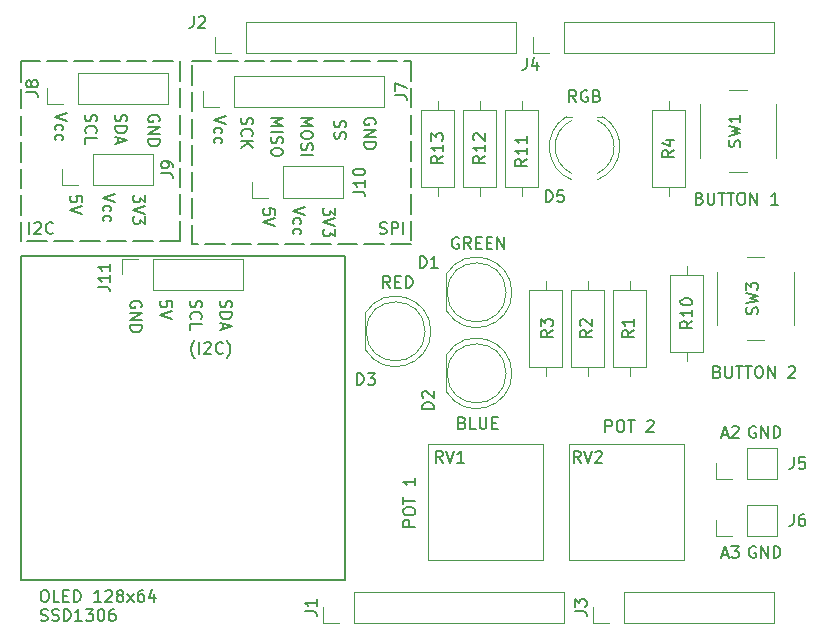
<source format=gbr>
%TF.GenerationSoftware,KiCad,Pcbnew,7.0.1*%
%TF.CreationDate,2024-01-27T23:50:39-07:00*%
%TF.ProjectId,Uno_Shield_PhaseB,556e6f5f-5368-4696-956c-645f50686173,rev?*%
%TF.SameCoordinates,Original*%
%TF.FileFunction,Legend,Top*%
%TF.FilePolarity,Positive*%
%FSLAX46Y46*%
G04 Gerber Fmt 4.6, Leading zero omitted, Abs format (unit mm)*
G04 Created by KiCad (PCBNEW 7.0.1) date 2024-01-27 23:50:39*
%MOMM*%
%LPD*%
G01*
G04 APERTURE LIST*
%ADD10C,0.150000*%
%ADD11C,0.120000*%
G04 APERTURE END LIST*
D10*
X127602000Y-56248476D02*
X127554380Y-56391333D01*
X127554380Y-56391333D02*
X127554380Y-56629428D01*
X127554380Y-56629428D02*
X127602000Y-56724666D01*
X127602000Y-56724666D02*
X127649619Y-56772285D01*
X127649619Y-56772285D02*
X127744857Y-56819904D01*
X127744857Y-56819904D02*
X127840095Y-56819904D01*
X127840095Y-56819904D02*
X127935333Y-56772285D01*
X127935333Y-56772285D02*
X127982952Y-56724666D01*
X127982952Y-56724666D02*
X128030571Y-56629428D01*
X128030571Y-56629428D02*
X128078190Y-56438952D01*
X128078190Y-56438952D02*
X128125809Y-56343714D01*
X128125809Y-56343714D02*
X128173428Y-56296095D01*
X128173428Y-56296095D02*
X128268666Y-56248476D01*
X128268666Y-56248476D02*
X128363904Y-56248476D01*
X128363904Y-56248476D02*
X128459142Y-56296095D01*
X128459142Y-56296095D02*
X128506761Y-56343714D01*
X128506761Y-56343714D02*
X128554380Y-56438952D01*
X128554380Y-56438952D02*
X128554380Y-56677047D01*
X128554380Y-56677047D02*
X128506761Y-56819904D01*
X127602000Y-57200857D02*
X127554380Y-57343714D01*
X127554380Y-57343714D02*
X127554380Y-57581809D01*
X127554380Y-57581809D02*
X127602000Y-57677047D01*
X127602000Y-57677047D02*
X127649619Y-57724666D01*
X127649619Y-57724666D02*
X127744857Y-57772285D01*
X127744857Y-57772285D02*
X127840095Y-57772285D01*
X127840095Y-57772285D02*
X127935333Y-57724666D01*
X127935333Y-57724666D02*
X127982952Y-57677047D01*
X127982952Y-57677047D02*
X128030571Y-57581809D01*
X128030571Y-57581809D02*
X128078190Y-57391333D01*
X128078190Y-57391333D02*
X128125809Y-57296095D01*
X128125809Y-57296095D02*
X128173428Y-57248476D01*
X128173428Y-57248476D02*
X128268666Y-57200857D01*
X128268666Y-57200857D02*
X128363904Y-57200857D01*
X128363904Y-57200857D02*
X128459142Y-57248476D01*
X128459142Y-57248476D02*
X128506761Y-57296095D01*
X128506761Y-57296095D02*
X128554380Y-57391333D01*
X128554380Y-57391333D02*
X128554380Y-57629428D01*
X128554380Y-57629428D02*
X128506761Y-57772285D01*
X124760380Y-56042095D02*
X125760380Y-56042095D01*
X125760380Y-56042095D02*
X125046095Y-56375428D01*
X125046095Y-56375428D02*
X125760380Y-56708761D01*
X125760380Y-56708761D02*
X124760380Y-56708761D01*
X125760380Y-57375428D02*
X125760380Y-57565904D01*
X125760380Y-57565904D02*
X125712761Y-57661142D01*
X125712761Y-57661142D02*
X125617523Y-57756380D01*
X125617523Y-57756380D02*
X125427047Y-57803999D01*
X125427047Y-57803999D02*
X125093714Y-57803999D01*
X125093714Y-57803999D02*
X124903238Y-57756380D01*
X124903238Y-57756380D02*
X124808000Y-57661142D01*
X124808000Y-57661142D02*
X124760380Y-57565904D01*
X124760380Y-57565904D02*
X124760380Y-57375428D01*
X124760380Y-57375428D02*
X124808000Y-57280190D01*
X124808000Y-57280190D02*
X124903238Y-57184952D01*
X124903238Y-57184952D02*
X125093714Y-57137333D01*
X125093714Y-57137333D02*
X125427047Y-57137333D01*
X125427047Y-57137333D02*
X125617523Y-57184952D01*
X125617523Y-57184952D02*
X125712761Y-57280190D01*
X125712761Y-57280190D02*
X125760380Y-57375428D01*
X124808000Y-58184952D02*
X124760380Y-58327809D01*
X124760380Y-58327809D02*
X124760380Y-58565904D01*
X124760380Y-58565904D02*
X124808000Y-58661142D01*
X124808000Y-58661142D02*
X124855619Y-58708761D01*
X124855619Y-58708761D02*
X124950857Y-58756380D01*
X124950857Y-58756380D02*
X125046095Y-58756380D01*
X125046095Y-58756380D02*
X125141333Y-58708761D01*
X125141333Y-58708761D02*
X125188952Y-58661142D01*
X125188952Y-58661142D02*
X125236571Y-58565904D01*
X125236571Y-58565904D02*
X125284190Y-58375428D01*
X125284190Y-58375428D02*
X125331809Y-58280190D01*
X125331809Y-58280190D02*
X125379428Y-58232571D01*
X125379428Y-58232571D02*
X125474666Y-58184952D01*
X125474666Y-58184952D02*
X125569904Y-58184952D01*
X125569904Y-58184952D02*
X125665142Y-58232571D01*
X125665142Y-58232571D02*
X125712761Y-58280190D01*
X125712761Y-58280190D02*
X125760380Y-58375428D01*
X125760380Y-58375428D02*
X125760380Y-58613523D01*
X125760380Y-58613523D02*
X125712761Y-58756380D01*
X124760380Y-59184952D02*
X125760380Y-59184952D01*
X122220380Y-56042095D02*
X123220380Y-56042095D01*
X123220380Y-56042095D02*
X122506095Y-56375428D01*
X122506095Y-56375428D02*
X123220380Y-56708761D01*
X123220380Y-56708761D02*
X122220380Y-56708761D01*
X122220380Y-57184952D02*
X123220380Y-57184952D01*
X122268000Y-57613523D02*
X122220380Y-57756380D01*
X122220380Y-57756380D02*
X122220380Y-57994475D01*
X122220380Y-57994475D02*
X122268000Y-58089713D01*
X122268000Y-58089713D02*
X122315619Y-58137332D01*
X122315619Y-58137332D02*
X122410857Y-58184951D01*
X122410857Y-58184951D02*
X122506095Y-58184951D01*
X122506095Y-58184951D02*
X122601333Y-58137332D01*
X122601333Y-58137332D02*
X122648952Y-58089713D01*
X122648952Y-58089713D02*
X122696571Y-57994475D01*
X122696571Y-57994475D02*
X122744190Y-57803999D01*
X122744190Y-57803999D02*
X122791809Y-57708761D01*
X122791809Y-57708761D02*
X122839428Y-57661142D01*
X122839428Y-57661142D02*
X122934666Y-57613523D01*
X122934666Y-57613523D02*
X123029904Y-57613523D01*
X123029904Y-57613523D02*
X123125142Y-57661142D01*
X123125142Y-57661142D02*
X123172761Y-57708761D01*
X123172761Y-57708761D02*
X123220380Y-57803999D01*
X123220380Y-57803999D02*
X123220380Y-58042094D01*
X123220380Y-58042094D02*
X123172761Y-58184951D01*
X123220380Y-58803999D02*
X123220380Y-58994475D01*
X123220380Y-58994475D02*
X123172761Y-59089713D01*
X123172761Y-59089713D02*
X123077523Y-59184951D01*
X123077523Y-59184951D02*
X122887047Y-59232570D01*
X122887047Y-59232570D02*
X122553714Y-59232570D01*
X122553714Y-59232570D02*
X122363238Y-59184951D01*
X122363238Y-59184951D02*
X122268000Y-59089713D01*
X122268000Y-59089713D02*
X122220380Y-58994475D01*
X122220380Y-58994475D02*
X122220380Y-58803999D01*
X122220380Y-58803999D02*
X122268000Y-58708761D01*
X122268000Y-58708761D02*
X122363238Y-58613523D01*
X122363238Y-58613523D02*
X122553714Y-58565904D01*
X122553714Y-58565904D02*
X122887047Y-58565904D01*
X122887047Y-58565904D02*
X123077523Y-58613523D01*
X123077523Y-58613523D02*
X123172761Y-58708761D01*
X123172761Y-58708761D02*
X123220380Y-58803999D01*
X119728000Y-55994476D02*
X119680380Y-56137333D01*
X119680380Y-56137333D02*
X119680380Y-56375428D01*
X119680380Y-56375428D02*
X119728000Y-56470666D01*
X119728000Y-56470666D02*
X119775619Y-56518285D01*
X119775619Y-56518285D02*
X119870857Y-56565904D01*
X119870857Y-56565904D02*
X119966095Y-56565904D01*
X119966095Y-56565904D02*
X120061333Y-56518285D01*
X120061333Y-56518285D02*
X120108952Y-56470666D01*
X120108952Y-56470666D02*
X120156571Y-56375428D01*
X120156571Y-56375428D02*
X120204190Y-56184952D01*
X120204190Y-56184952D02*
X120251809Y-56089714D01*
X120251809Y-56089714D02*
X120299428Y-56042095D01*
X120299428Y-56042095D02*
X120394666Y-55994476D01*
X120394666Y-55994476D02*
X120489904Y-55994476D01*
X120489904Y-55994476D02*
X120585142Y-56042095D01*
X120585142Y-56042095D02*
X120632761Y-56089714D01*
X120632761Y-56089714D02*
X120680380Y-56184952D01*
X120680380Y-56184952D02*
X120680380Y-56423047D01*
X120680380Y-56423047D02*
X120632761Y-56565904D01*
X119775619Y-57565904D02*
X119728000Y-57518285D01*
X119728000Y-57518285D02*
X119680380Y-57375428D01*
X119680380Y-57375428D02*
X119680380Y-57280190D01*
X119680380Y-57280190D02*
X119728000Y-57137333D01*
X119728000Y-57137333D02*
X119823238Y-57042095D01*
X119823238Y-57042095D02*
X119918476Y-56994476D01*
X119918476Y-56994476D02*
X120108952Y-56946857D01*
X120108952Y-56946857D02*
X120251809Y-56946857D01*
X120251809Y-56946857D02*
X120442285Y-56994476D01*
X120442285Y-56994476D02*
X120537523Y-57042095D01*
X120537523Y-57042095D02*
X120632761Y-57137333D01*
X120632761Y-57137333D02*
X120680380Y-57280190D01*
X120680380Y-57280190D02*
X120680380Y-57375428D01*
X120680380Y-57375428D02*
X120632761Y-57518285D01*
X120632761Y-57518285D02*
X120585142Y-57565904D01*
X119680380Y-57994476D02*
X120680380Y-57994476D01*
X119680380Y-58565904D02*
X120251809Y-58137333D01*
X120680380Y-58565904D02*
X120108952Y-57994476D01*
X118394380Y-55899238D02*
X117394380Y-56232571D01*
X117394380Y-56232571D02*
X118394380Y-56565904D01*
X117442000Y-57327809D02*
X117394380Y-57232571D01*
X117394380Y-57232571D02*
X117394380Y-57042095D01*
X117394380Y-57042095D02*
X117442000Y-56946857D01*
X117442000Y-56946857D02*
X117489619Y-56899238D01*
X117489619Y-56899238D02*
X117584857Y-56851619D01*
X117584857Y-56851619D02*
X117870571Y-56851619D01*
X117870571Y-56851619D02*
X117965809Y-56899238D01*
X117965809Y-56899238D02*
X118013428Y-56946857D01*
X118013428Y-56946857D02*
X118061047Y-57042095D01*
X118061047Y-57042095D02*
X118061047Y-57232571D01*
X118061047Y-57232571D02*
X118013428Y-57327809D01*
X117442000Y-58184952D02*
X117394380Y-58089714D01*
X117394380Y-58089714D02*
X117394380Y-57899238D01*
X117394380Y-57899238D02*
X117442000Y-57804000D01*
X117442000Y-57804000D02*
X117489619Y-57756381D01*
X117489619Y-57756381D02*
X117584857Y-57708762D01*
X117584857Y-57708762D02*
X117870571Y-57708762D01*
X117870571Y-57708762D02*
X117965809Y-57756381D01*
X117965809Y-57756381D02*
X118013428Y-57804000D01*
X118013428Y-57804000D02*
X118061047Y-57899238D01*
X118061047Y-57899238D02*
X118061047Y-58089714D01*
X118061047Y-58089714D02*
X118013428Y-58184952D01*
X131046761Y-56565904D02*
X131094380Y-56470666D01*
X131094380Y-56470666D02*
X131094380Y-56327809D01*
X131094380Y-56327809D02*
X131046761Y-56184952D01*
X131046761Y-56184952D02*
X130951523Y-56089714D01*
X130951523Y-56089714D02*
X130856285Y-56042095D01*
X130856285Y-56042095D02*
X130665809Y-55994476D01*
X130665809Y-55994476D02*
X130522952Y-55994476D01*
X130522952Y-55994476D02*
X130332476Y-56042095D01*
X130332476Y-56042095D02*
X130237238Y-56089714D01*
X130237238Y-56089714D02*
X130142000Y-56184952D01*
X130142000Y-56184952D02*
X130094380Y-56327809D01*
X130094380Y-56327809D02*
X130094380Y-56423047D01*
X130094380Y-56423047D02*
X130142000Y-56565904D01*
X130142000Y-56565904D02*
X130189619Y-56613523D01*
X130189619Y-56613523D02*
X130522952Y-56613523D01*
X130522952Y-56613523D02*
X130522952Y-56423047D01*
X130094380Y-57042095D02*
X131094380Y-57042095D01*
X131094380Y-57042095D02*
X130094380Y-57613523D01*
X130094380Y-57613523D02*
X131094380Y-57613523D01*
X130094380Y-58089714D02*
X131094380Y-58089714D01*
X131094380Y-58089714D02*
X131094380Y-58327809D01*
X131094380Y-58327809D02*
X131046761Y-58470666D01*
X131046761Y-58470666D02*
X130951523Y-58565904D01*
X130951523Y-58565904D02*
X130856285Y-58613523D01*
X130856285Y-58613523D02*
X130665809Y-58661142D01*
X130665809Y-58661142D02*
X130522952Y-58661142D01*
X130522952Y-58661142D02*
X130332476Y-58613523D01*
X130332476Y-58613523D02*
X130237238Y-58565904D01*
X130237238Y-58565904D02*
X130142000Y-58470666D01*
X130142000Y-58470666D02*
X130094380Y-58327809D01*
X130094380Y-58327809D02*
X130094380Y-58089714D01*
X122555380Y-64198285D02*
X122555380Y-63722095D01*
X122555380Y-63722095D02*
X122079190Y-63674476D01*
X122079190Y-63674476D02*
X122126809Y-63722095D01*
X122126809Y-63722095D02*
X122174428Y-63817333D01*
X122174428Y-63817333D02*
X122174428Y-64055428D01*
X122174428Y-64055428D02*
X122126809Y-64150666D01*
X122126809Y-64150666D02*
X122079190Y-64198285D01*
X122079190Y-64198285D02*
X121983952Y-64245904D01*
X121983952Y-64245904D02*
X121745857Y-64245904D01*
X121745857Y-64245904D02*
X121650619Y-64198285D01*
X121650619Y-64198285D02*
X121603000Y-64150666D01*
X121603000Y-64150666D02*
X121555380Y-64055428D01*
X121555380Y-64055428D02*
X121555380Y-63817333D01*
X121555380Y-63817333D02*
X121603000Y-63722095D01*
X121603000Y-63722095D02*
X121650619Y-63674476D01*
X122555380Y-64531619D02*
X121555380Y-64864952D01*
X121555380Y-64864952D02*
X122555380Y-65198285D01*
X127635380Y-63626857D02*
X127635380Y-64245904D01*
X127635380Y-64245904D02*
X127254428Y-63912571D01*
X127254428Y-63912571D02*
X127254428Y-64055428D01*
X127254428Y-64055428D02*
X127206809Y-64150666D01*
X127206809Y-64150666D02*
X127159190Y-64198285D01*
X127159190Y-64198285D02*
X127063952Y-64245904D01*
X127063952Y-64245904D02*
X126825857Y-64245904D01*
X126825857Y-64245904D02*
X126730619Y-64198285D01*
X126730619Y-64198285D02*
X126683000Y-64150666D01*
X126683000Y-64150666D02*
X126635380Y-64055428D01*
X126635380Y-64055428D02*
X126635380Y-63769714D01*
X126635380Y-63769714D02*
X126683000Y-63674476D01*
X126683000Y-63674476D02*
X126730619Y-63626857D01*
X127635380Y-64531619D02*
X126635380Y-64864952D01*
X126635380Y-64864952D02*
X127635380Y-65198285D01*
X127635380Y-65436381D02*
X127635380Y-66055428D01*
X127635380Y-66055428D02*
X127254428Y-65722095D01*
X127254428Y-65722095D02*
X127254428Y-65864952D01*
X127254428Y-65864952D02*
X127206809Y-65960190D01*
X127206809Y-65960190D02*
X127159190Y-66007809D01*
X127159190Y-66007809D02*
X127063952Y-66055428D01*
X127063952Y-66055428D02*
X126825857Y-66055428D01*
X126825857Y-66055428D02*
X126730619Y-66007809D01*
X126730619Y-66007809D02*
X126683000Y-65960190D01*
X126683000Y-65960190D02*
X126635380Y-65864952D01*
X126635380Y-65864952D02*
X126635380Y-65579238D01*
X126635380Y-65579238D02*
X126683000Y-65484000D01*
X126683000Y-65484000D02*
X126730619Y-65436381D01*
X125095380Y-63579238D02*
X124095380Y-63912571D01*
X124095380Y-63912571D02*
X125095380Y-64245904D01*
X124143000Y-65007809D02*
X124095380Y-64912571D01*
X124095380Y-64912571D02*
X124095380Y-64722095D01*
X124095380Y-64722095D02*
X124143000Y-64626857D01*
X124143000Y-64626857D02*
X124190619Y-64579238D01*
X124190619Y-64579238D02*
X124285857Y-64531619D01*
X124285857Y-64531619D02*
X124571571Y-64531619D01*
X124571571Y-64531619D02*
X124666809Y-64579238D01*
X124666809Y-64579238D02*
X124714428Y-64626857D01*
X124714428Y-64626857D02*
X124762047Y-64722095D01*
X124762047Y-64722095D02*
X124762047Y-64912571D01*
X124762047Y-64912571D02*
X124714428Y-65007809D01*
X124143000Y-65864952D02*
X124095380Y-65769714D01*
X124095380Y-65769714D02*
X124095380Y-65579238D01*
X124095380Y-65579238D02*
X124143000Y-65484000D01*
X124143000Y-65484000D02*
X124190619Y-65436381D01*
X124190619Y-65436381D02*
X124285857Y-65388762D01*
X124285857Y-65388762D02*
X124571571Y-65388762D01*
X124571571Y-65388762D02*
X124666809Y-65436381D01*
X124666809Y-65436381D02*
X124714428Y-65484000D01*
X124714428Y-65484000D02*
X124762047Y-65579238D01*
X124762047Y-65579238D02*
X124762047Y-65769714D01*
X124762047Y-65769714D02*
X124714428Y-65864952D01*
X106202380Y-63122285D02*
X106202380Y-62646095D01*
X106202380Y-62646095D02*
X105726190Y-62598476D01*
X105726190Y-62598476D02*
X105773809Y-62646095D01*
X105773809Y-62646095D02*
X105821428Y-62741333D01*
X105821428Y-62741333D02*
X105821428Y-62979428D01*
X105821428Y-62979428D02*
X105773809Y-63074666D01*
X105773809Y-63074666D02*
X105726190Y-63122285D01*
X105726190Y-63122285D02*
X105630952Y-63169904D01*
X105630952Y-63169904D02*
X105392857Y-63169904D01*
X105392857Y-63169904D02*
X105297619Y-63122285D01*
X105297619Y-63122285D02*
X105250000Y-63074666D01*
X105250000Y-63074666D02*
X105202380Y-62979428D01*
X105202380Y-62979428D02*
X105202380Y-62741333D01*
X105202380Y-62741333D02*
X105250000Y-62646095D01*
X105250000Y-62646095D02*
X105297619Y-62598476D01*
X106202380Y-63455619D02*
X105202380Y-63788952D01*
X105202380Y-63788952D02*
X106202380Y-64122285D01*
X111536380Y-62550857D02*
X111536380Y-63169904D01*
X111536380Y-63169904D02*
X111155428Y-62836571D01*
X111155428Y-62836571D02*
X111155428Y-62979428D01*
X111155428Y-62979428D02*
X111107809Y-63074666D01*
X111107809Y-63074666D02*
X111060190Y-63122285D01*
X111060190Y-63122285D02*
X110964952Y-63169904D01*
X110964952Y-63169904D02*
X110726857Y-63169904D01*
X110726857Y-63169904D02*
X110631619Y-63122285D01*
X110631619Y-63122285D02*
X110584000Y-63074666D01*
X110584000Y-63074666D02*
X110536380Y-62979428D01*
X110536380Y-62979428D02*
X110536380Y-62693714D01*
X110536380Y-62693714D02*
X110584000Y-62598476D01*
X110584000Y-62598476D02*
X110631619Y-62550857D01*
X111536380Y-63455619D02*
X110536380Y-63788952D01*
X110536380Y-63788952D02*
X111536380Y-64122285D01*
X111536380Y-64360381D02*
X111536380Y-64979428D01*
X111536380Y-64979428D02*
X111155428Y-64646095D01*
X111155428Y-64646095D02*
X111155428Y-64788952D01*
X111155428Y-64788952D02*
X111107809Y-64884190D01*
X111107809Y-64884190D02*
X111060190Y-64931809D01*
X111060190Y-64931809D02*
X110964952Y-64979428D01*
X110964952Y-64979428D02*
X110726857Y-64979428D01*
X110726857Y-64979428D02*
X110631619Y-64931809D01*
X110631619Y-64931809D02*
X110584000Y-64884190D01*
X110584000Y-64884190D02*
X110536380Y-64788952D01*
X110536380Y-64788952D02*
X110536380Y-64503238D01*
X110536380Y-64503238D02*
X110584000Y-64408000D01*
X110584000Y-64408000D02*
X110631619Y-64360381D01*
X108996380Y-62503238D02*
X107996380Y-62836571D01*
X107996380Y-62836571D02*
X108996380Y-63169904D01*
X108044000Y-63931809D02*
X107996380Y-63836571D01*
X107996380Y-63836571D02*
X107996380Y-63646095D01*
X107996380Y-63646095D02*
X108044000Y-63550857D01*
X108044000Y-63550857D02*
X108091619Y-63503238D01*
X108091619Y-63503238D02*
X108186857Y-63455619D01*
X108186857Y-63455619D02*
X108472571Y-63455619D01*
X108472571Y-63455619D02*
X108567809Y-63503238D01*
X108567809Y-63503238D02*
X108615428Y-63550857D01*
X108615428Y-63550857D02*
X108663047Y-63646095D01*
X108663047Y-63646095D02*
X108663047Y-63836571D01*
X108663047Y-63836571D02*
X108615428Y-63931809D01*
X108044000Y-64788952D02*
X107996380Y-64693714D01*
X107996380Y-64693714D02*
X107996380Y-64503238D01*
X107996380Y-64503238D02*
X108044000Y-64408000D01*
X108044000Y-64408000D02*
X108091619Y-64360381D01*
X108091619Y-64360381D02*
X108186857Y-64312762D01*
X108186857Y-64312762D02*
X108472571Y-64312762D01*
X108472571Y-64312762D02*
X108567809Y-64360381D01*
X108567809Y-64360381D02*
X108615428Y-64408000D01*
X108615428Y-64408000D02*
X108663047Y-64503238D01*
X108663047Y-64503238D02*
X108663047Y-64693714D01*
X108663047Y-64693714D02*
X108615428Y-64788952D01*
X104932380Y-55645238D02*
X103932380Y-55978571D01*
X103932380Y-55978571D02*
X104932380Y-56311904D01*
X103980000Y-57073809D02*
X103932380Y-56978571D01*
X103932380Y-56978571D02*
X103932380Y-56788095D01*
X103932380Y-56788095D02*
X103980000Y-56692857D01*
X103980000Y-56692857D02*
X104027619Y-56645238D01*
X104027619Y-56645238D02*
X104122857Y-56597619D01*
X104122857Y-56597619D02*
X104408571Y-56597619D01*
X104408571Y-56597619D02*
X104503809Y-56645238D01*
X104503809Y-56645238D02*
X104551428Y-56692857D01*
X104551428Y-56692857D02*
X104599047Y-56788095D01*
X104599047Y-56788095D02*
X104599047Y-56978571D01*
X104599047Y-56978571D02*
X104551428Y-57073809D01*
X103980000Y-57930952D02*
X103932380Y-57835714D01*
X103932380Y-57835714D02*
X103932380Y-57645238D01*
X103932380Y-57645238D02*
X103980000Y-57550000D01*
X103980000Y-57550000D02*
X104027619Y-57502381D01*
X104027619Y-57502381D02*
X104122857Y-57454762D01*
X104122857Y-57454762D02*
X104408571Y-57454762D01*
X104408571Y-57454762D02*
X104503809Y-57502381D01*
X104503809Y-57502381D02*
X104551428Y-57550000D01*
X104551428Y-57550000D02*
X104599047Y-57645238D01*
X104599047Y-57645238D02*
X104599047Y-57835714D01*
X104599047Y-57835714D02*
X104551428Y-57930952D01*
X112758761Y-56311904D02*
X112806380Y-56216666D01*
X112806380Y-56216666D02*
X112806380Y-56073809D01*
X112806380Y-56073809D02*
X112758761Y-55930952D01*
X112758761Y-55930952D02*
X112663523Y-55835714D01*
X112663523Y-55835714D02*
X112568285Y-55788095D01*
X112568285Y-55788095D02*
X112377809Y-55740476D01*
X112377809Y-55740476D02*
X112234952Y-55740476D01*
X112234952Y-55740476D02*
X112044476Y-55788095D01*
X112044476Y-55788095D02*
X111949238Y-55835714D01*
X111949238Y-55835714D02*
X111854000Y-55930952D01*
X111854000Y-55930952D02*
X111806380Y-56073809D01*
X111806380Y-56073809D02*
X111806380Y-56169047D01*
X111806380Y-56169047D02*
X111854000Y-56311904D01*
X111854000Y-56311904D02*
X111901619Y-56359523D01*
X111901619Y-56359523D02*
X112234952Y-56359523D01*
X112234952Y-56359523D02*
X112234952Y-56169047D01*
X111806380Y-56788095D02*
X112806380Y-56788095D01*
X112806380Y-56788095D02*
X111806380Y-57359523D01*
X111806380Y-57359523D02*
X112806380Y-57359523D01*
X111806380Y-57835714D02*
X112806380Y-57835714D01*
X112806380Y-57835714D02*
X112806380Y-58073809D01*
X112806380Y-58073809D02*
X112758761Y-58216666D01*
X112758761Y-58216666D02*
X112663523Y-58311904D01*
X112663523Y-58311904D02*
X112568285Y-58359523D01*
X112568285Y-58359523D02*
X112377809Y-58407142D01*
X112377809Y-58407142D02*
X112234952Y-58407142D01*
X112234952Y-58407142D02*
X112044476Y-58359523D01*
X112044476Y-58359523D02*
X111949238Y-58311904D01*
X111949238Y-58311904D02*
X111854000Y-58216666D01*
X111854000Y-58216666D02*
X111806380Y-58073809D01*
X111806380Y-58073809D02*
X111806380Y-57835714D01*
X109060000Y-55740476D02*
X109012380Y-55883333D01*
X109012380Y-55883333D02*
X109012380Y-56121428D01*
X109012380Y-56121428D02*
X109060000Y-56216666D01*
X109060000Y-56216666D02*
X109107619Y-56264285D01*
X109107619Y-56264285D02*
X109202857Y-56311904D01*
X109202857Y-56311904D02*
X109298095Y-56311904D01*
X109298095Y-56311904D02*
X109393333Y-56264285D01*
X109393333Y-56264285D02*
X109440952Y-56216666D01*
X109440952Y-56216666D02*
X109488571Y-56121428D01*
X109488571Y-56121428D02*
X109536190Y-55930952D01*
X109536190Y-55930952D02*
X109583809Y-55835714D01*
X109583809Y-55835714D02*
X109631428Y-55788095D01*
X109631428Y-55788095D02*
X109726666Y-55740476D01*
X109726666Y-55740476D02*
X109821904Y-55740476D01*
X109821904Y-55740476D02*
X109917142Y-55788095D01*
X109917142Y-55788095D02*
X109964761Y-55835714D01*
X109964761Y-55835714D02*
X110012380Y-55930952D01*
X110012380Y-55930952D02*
X110012380Y-56169047D01*
X110012380Y-56169047D02*
X109964761Y-56311904D01*
X109012380Y-56740476D02*
X110012380Y-56740476D01*
X110012380Y-56740476D02*
X110012380Y-56978571D01*
X110012380Y-56978571D02*
X109964761Y-57121428D01*
X109964761Y-57121428D02*
X109869523Y-57216666D01*
X109869523Y-57216666D02*
X109774285Y-57264285D01*
X109774285Y-57264285D02*
X109583809Y-57311904D01*
X109583809Y-57311904D02*
X109440952Y-57311904D01*
X109440952Y-57311904D02*
X109250476Y-57264285D01*
X109250476Y-57264285D02*
X109155238Y-57216666D01*
X109155238Y-57216666D02*
X109060000Y-57121428D01*
X109060000Y-57121428D02*
X109012380Y-56978571D01*
X109012380Y-56978571D02*
X109012380Y-56740476D01*
X109298095Y-57692857D02*
X109298095Y-58169047D01*
X109012380Y-57597619D02*
X110012380Y-57930952D01*
X110012380Y-57930952D02*
X109012380Y-58264285D01*
X106520000Y-55740476D02*
X106472380Y-55883333D01*
X106472380Y-55883333D02*
X106472380Y-56121428D01*
X106472380Y-56121428D02*
X106520000Y-56216666D01*
X106520000Y-56216666D02*
X106567619Y-56264285D01*
X106567619Y-56264285D02*
X106662857Y-56311904D01*
X106662857Y-56311904D02*
X106758095Y-56311904D01*
X106758095Y-56311904D02*
X106853333Y-56264285D01*
X106853333Y-56264285D02*
X106900952Y-56216666D01*
X106900952Y-56216666D02*
X106948571Y-56121428D01*
X106948571Y-56121428D02*
X106996190Y-55930952D01*
X106996190Y-55930952D02*
X107043809Y-55835714D01*
X107043809Y-55835714D02*
X107091428Y-55788095D01*
X107091428Y-55788095D02*
X107186666Y-55740476D01*
X107186666Y-55740476D02*
X107281904Y-55740476D01*
X107281904Y-55740476D02*
X107377142Y-55788095D01*
X107377142Y-55788095D02*
X107424761Y-55835714D01*
X107424761Y-55835714D02*
X107472380Y-55930952D01*
X107472380Y-55930952D02*
X107472380Y-56169047D01*
X107472380Y-56169047D02*
X107424761Y-56311904D01*
X106567619Y-57311904D02*
X106520000Y-57264285D01*
X106520000Y-57264285D02*
X106472380Y-57121428D01*
X106472380Y-57121428D02*
X106472380Y-57026190D01*
X106472380Y-57026190D02*
X106520000Y-56883333D01*
X106520000Y-56883333D02*
X106615238Y-56788095D01*
X106615238Y-56788095D02*
X106710476Y-56740476D01*
X106710476Y-56740476D02*
X106900952Y-56692857D01*
X106900952Y-56692857D02*
X107043809Y-56692857D01*
X107043809Y-56692857D02*
X107234285Y-56740476D01*
X107234285Y-56740476D02*
X107329523Y-56788095D01*
X107329523Y-56788095D02*
X107424761Y-56883333D01*
X107424761Y-56883333D02*
X107472380Y-57026190D01*
X107472380Y-57026190D02*
X107472380Y-57121428D01*
X107472380Y-57121428D02*
X107424761Y-57264285D01*
X107424761Y-57264285D02*
X107377142Y-57311904D01*
X106472380Y-58216666D02*
X106472380Y-57740476D01*
X106472380Y-57740476D02*
X107472380Y-57740476D01*
X115763809Y-76382571D02*
X115716190Y-76334952D01*
X115716190Y-76334952D02*
X115620952Y-76192095D01*
X115620952Y-76192095D02*
X115573333Y-76096857D01*
X115573333Y-76096857D02*
X115525714Y-75954000D01*
X115525714Y-75954000D02*
X115478095Y-75715904D01*
X115478095Y-75715904D02*
X115478095Y-75525428D01*
X115478095Y-75525428D02*
X115525714Y-75287333D01*
X115525714Y-75287333D02*
X115573333Y-75144476D01*
X115573333Y-75144476D02*
X115620952Y-75049238D01*
X115620952Y-75049238D02*
X115716190Y-74906380D01*
X115716190Y-74906380D02*
X115763809Y-74858761D01*
X116144762Y-76001619D02*
X116144762Y-75001619D01*
X116573333Y-75096857D02*
X116620952Y-75049238D01*
X116620952Y-75049238D02*
X116716190Y-75001619D01*
X116716190Y-75001619D02*
X116954285Y-75001619D01*
X116954285Y-75001619D02*
X117049523Y-75049238D01*
X117049523Y-75049238D02*
X117097142Y-75096857D01*
X117097142Y-75096857D02*
X117144761Y-75192095D01*
X117144761Y-75192095D02*
X117144761Y-75287333D01*
X117144761Y-75287333D02*
X117097142Y-75430190D01*
X117097142Y-75430190D02*
X116525714Y-76001619D01*
X116525714Y-76001619D02*
X117144761Y-76001619D01*
X118144761Y-75906380D02*
X118097142Y-75954000D01*
X118097142Y-75954000D02*
X117954285Y-76001619D01*
X117954285Y-76001619D02*
X117859047Y-76001619D01*
X117859047Y-76001619D02*
X117716190Y-75954000D01*
X117716190Y-75954000D02*
X117620952Y-75858761D01*
X117620952Y-75858761D02*
X117573333Y-75763523D01*
X117573333Y-75763523D02*
X117525714Y-75573047D01*
X117525714Y-75573047D02*
X117525714Y-75430190D01*
X117525714Y-75430190D02*
X117573333Y-75239714D01*
X117573333Y-75239714D02*
X117620952Y-75144476D01*
X117620952Y-75144476D02*
X117716190Y-75049238D01*
X117716190Y-75049238D02*
X117859047Y-75001619D01*
X117859047Y-75001619D02*
X117954285Y-75001619D01*
X117954285Y-75001619D02*
X118097142Y-75049238D01*
X118097142Y-75049238D02*
X118144761Y-75096857D01*
X118478095Y-76382571D02*
X118525714Y-76334952D01*
X118525714Y-76334952D02*
X118620952Y-76192095D01*
X118620952Y-76192095D02*
X118668571Y-76096857D01*
X118668571Y-76096857D02*
X118716190Y-75954000D01*
X118716190Y-75954000D02*
X118763809Y-75715904D01*
X118763809Y-75715904D02*
X118763809Y-75525428D01*
X118763809Y-75525428D02*
X118716190Y-75287333D01*
X118716190Y-75287333D02*
X118668571Y-75144476D01*
X118668571Y-75144476D02*
X118620952Y-75049238D01*
X118620952Y-75049238D02*
X118525714Y-74906380D01*
X118525714Y-74906380D02*
X118478095Y-74858761D01*
X117950000Y-71488476D02*
X117902380Y-71631333D01*
X117902380Y-71631333D02*
X117902380Y-71869428D01*
X117902380Y-71869428D02*
X117950000Y-71964666D01*
X117950000Y-71964666D02*
X117997619Y-72012285D01*
X117997619Y-72012285D02*
X118092857Y-72059904D01*
X118092857Y-72059904D02*
X118188095Y-72059904D01*
X118188095Y-72059904D02*
X118283333Y-72012285D01*
X118283333Y-72012285D02*
X118330952Y-71964666D01*
X118330952Y-71964666D02*
X118378571Y-71869428D01*
X118378571Y-71869428D02*
X118426190Y-71678952D01*
X118426190Y-71678952D02*
X118473809Y-71583714D01*
X118473809Y-71583714D02*
X118521428Y-71536095D01*
X118521428Y-71536095D02*
X118616666Y-71488476D01*
X118616666Y-71488476D02*
X118711904Y-71488476D01*
X118711904Y-71488476D02*
X118807142Y-71536095D01*
X118807142Y-71536095D02*
X118854761Y-71583714D01*
X118854761Y-71583714D02*
X118902380Y-71678952D01*
X118902380Y-71678952D02*
X118902380Y-71917047D01*
X118902380Y-71917047D02*
X118854761Y-72059904D01*
X117902380Y-72488476D02*
X118902380Y-72488476D01*
X118902380Y-72488476D02*
X118902380Y-72726571D01*
X118902380Y-72726571D02*
X118854761Y-72869428D01*
X118854761Y-72869428D02*
X118759523Y-72964666D01*
X118759523Y-72964666D02*
X118664285Y-73012285D01*
X118664285Y-73012285D02*
X118473809Y-73059904D01*
X118473809Y-73059904D02*
X118330952Y-73059904D01*
X118330952Y-73059904D02*
X118140476Y-73012285D01*
X118140476Y-73012285D02*
X118045238Y-72964666D01*
X118045238Y-72964666D02*
X117950000Y-72869428D01*
X117950000Y-72869428D02*
X117902380Y-72726571D01*
X117902380Y-72726571D02*
X117902380Y-72488476D01*
X118188095Y-73440857D02*
X118188095Y-73917047D01*
X117902380Y-73345619D02*
X118902380Y-73678952D01*
X118902380Y-73678952D02*
X117902380Y-74012285D01*
X115410000Y-71488476D02*
X115362380Y-71631333D01*
X115362380Y-71631333D02*
X115362380Y-71869428D01*
X115362380Y-71869428D02*
X115410000Y-71964666D01*
X115410000Y-71964666D02*
X115457619Y-72012285D01*
X115457619Y-72012285D02*
X115552857Y-72059904D01*
X115552857Y-72059904D02*
X115648095Y-72059904D01*
X115648095Y-72059904D02*
X115743333Y-72012285D01*
X115743333Y-72012285D02*
X115790952Y-71964666D01*
X115790952Y-71964666D02*
X115838571Y-71869428D01*
X115838571Y-71869428D02*
X115886190Y-71678952D01*
X115886190Y-71678952D02*
X115933809Y-71583714D01*
X115933809Y-71583714D02*
X115981428Y-71536095D01*
X115981428Y-71536095D02*
X116076666Y-71488476D01*
X116076666Y-71488476D02*
X116171904Y-71488476D01*
X116171904Y-71488476D02*
X116267142Y-71536095D01*
X116267142Y-71536095D02*
X116314761Y-71583714D01*
X116314761Y-71583714D02*
X116362380Y-71678952D01*
X116362380Y-71678952D02*
X116362380Y-71917047D01*
X116362380Y-71917047D02*
X116314761Y-72059904D01*
X115457619Y-73059904D02*
X115410000Y-73012285D01*
X115410000Y-73012285D02*
X115362380Y-72869428D01*
X115362380Y-72869428D02*
X115362380Y-72774190D01*
X115362380Y-72774190D02*
X115410000Y-72631333D01*
X115410000Y-72631333D02*
X115505238Y-72536095D01*
X115505238Y-72536095D02*
X115600476Y-72488476D01*
X115600476Y-72488476D02*
X115790952Y-72440857D01*
X115790952Y-72440857D02*
X115933809Y-72440857D01*
X115933809Y-72440857D02*
X116124285Y-72488476D01*
X116124285Y-72488476D02*
X116219523Y-72536095D01*
X116219523Y-72536095D02*
X116314761Y-72631333D01*
X116314761Y-72631333D02*
X116362380Y-72774190D01*
X116362380Y-72774190D02*
X116362380Y-72869428D01*
X116362380Y-72869428D02*
X116314761Y-73012285D01*
X116314761Y-73012285D02*
X116267142Y-73059904D01*
X115362380Y-73964666D02*
X115362380Y-73488476D01*
X115362380Y-73488476D02*
X116362380Y-73488476D01*
X113822380Y-72012285D02*
X113822380Y-71536095D01*
X113822380Y-71536095D02*
X113346190Y-71488476D01*
X113346190Y-71488476D02*
X113393809Y-71536095D01*
X113393809Y-71536095D02*
X113441428Y-71631333D01*
X113441428Y-71631333D02*
X113441428Y-71869428D01*
X113441428Y-71869428D02*
X113393809Y-71964666D01*
X113393809Y-71964666D02*
X113346190Y-72012285D01*
X113346190Y-72012285D02*
X113250952Y-72059904D01*
X113250952Y-72059904D02*
X113012857Y-72059904D01*
X113012857Y-72059904D02*
X112917619Y-72012285D01*
X112917619Y-72012285D02*
X112870000Y-71964666D01*
X112870000Y-71964666D02*
X112822380Y-71869428D01*
X112822380Y-71869428D02*
X112822380Y-71631333D01*
X112822380Y-71631333D02*
X112870000Y-71536095D01*
X112870000Y-71536095D02*
X112917619Y-71488476D01*
X113822380Y-72345619D02*
X112822380Y-72678952D01*
X112822380Y-72678952D02*
X113822380Y-73012285D01*
X111234761Y-72059904D02*
X111282380Y-71964666D01*
X111282380Y-71964666D02*
X111282380Y-71821809D01*
X111282380Y-71821809D02*
X111234761Y-71678952D01*
X111234761Y-71678952D02*
X111139523Y-71583714D01*
X111139523Y-71583714D02*
X111044285Y-71536095D01*
X111044285Y-71536095D02*
X110853809Y-71488476D01*
X110853809Y-71488476D02*
X110710952Y-71488476D01*
X110710952Y-71488476D02*
X110520476Y-71536095D01*
X110520476Y-71536095D02*
X110425238Y-71583714D01*
X110425238Y-71583714D02*
X110330000Y-71678952D01*
X110330000Y-71678952D02*
X110282380Y-71821809D01*
X110282380Y-71821809D02*
X110282380Y-71917047D01*
X110282380Y-71917047D02*
X110330000Y-72059904D01*
X110330000Y-72059904D02*
X110377619Y-72107523D01*
X110377619Y-72107523D02*
X110710952Y-72107523D01*
X110710952Y-72107523D02*
X110710952Y-71917047D01*
X110282380Y-72536095D02*
X111282380Y-72536095D01*
X111282380Y-72536095D02*
X110282380Y-73107523D01*
X110282380Y-73107523D02*
X111282380Y-73107523D01*
X110282380Y-73583714D02*
X111282380Y-73583714D01*
X111282380Y-73583714D02*
X111282380Y-73821809D01*
X111282380Y-73821809D02*
X111234761Y-73964666D01*
X111234761Y-73964666D02*
X111139523Y-74059904D01*
X111139523Y-74059904D02*
X111044285Y-74107523D01*
X111044285Y-74107523D02*
X110853809Y-74155142D01*
X110853809Y-74155142D02*
X110710952Y-74155142D01*
X110710952Y-74155142D02*
X110520476Y-74107523D01*
X110520476Y-74107523D02*
X110425238Y-74059904D01*
X110425238Y-74059904D02*
X110330000Y-73964666D01*
X110330000Y-73964666D02*
X110282380Y-73821809D01*
X110282380Y-73821809D02*
X110282380Y-73583714D01*
X163245904Y-92321238D02*
X163150666Y-92273619D01*
X163150666Y-92273619D02*
X163007809Y-92273619D01*
X163007809Y-92273619D02*
X162864952Y-92321238D01*
X162864952Y-92321238D02*
X162769714Y-92416476D01*
X162769714Y-92416476D02*
X162722095Y-92511714D01*
X162722095Y-92511714D02*
X162674476Y-92702190D01*
X162674476Y-92702190D02*
X162674476Y-92845047D01*
X162674476Y-92845047D02*
X162722095Y-93035523D01*
X162722095Y-93035523D02*
X162769714Y-93130761D01*
X162769714Y-93130761D02*
X162864952Y-93226000D01*
X162864952Y-93226000D02*
X163007809Y-93273619D01*
X163007809Y-93273619D02*
X163103047Y-93273619D01*
X163103047Y-93273619D02*
X163245904Y-93226000D01*
X163245904Y-93226000D02*
X163293523Y-93178380D01*
X163293523Y-93178380D02*
X163293523Y-92845047D01*
X163293523Y-92845047D02*
X163103047Y-92845047D01*
X163722095Y-93273619D02*
X163722095Y-92273619D01*
X163722095Y-92273619D02*
X164293523Y-93273619D01*
X164293523Y-93273619D02*
X164293523Y-92273619D01*
X164769714Y-93273619D02*
X164769714Y-92273619D01*
X164769714Y-92273619D02*
X165007809Y-92273619D01*
X165007809Y-92273619D02*
X165150666Y-92321238D01*
X165150666Y-92321238D02*
X165245904Y-92416476D01*
X165245904Y-92416476D02*
X165293523Y-92511714D01*
X165293523Y-92511714D02*
X165341142Y-92702190D01*
X165341142Y-92702190D02*
X165341142Y-92845047D01*
X165341142Y-92845047D02*
X165293523Y-93035523D01*
X165293523Y-93035523D02*
X165245904Y-93130761D01*
X165245904Y-93130761D02*
X165150666Y-93226000D01*
X165150666Y-93226000D02*
X165007809Y-93273619D01*
X165007809Y-93273619D02*
X164769714Y-93273619D01*
X163245904Y-82161238D02*
X163150666Y-82113619D01*
X163150666Y-82113619D02*
X163007809Y-82113619D01*
X163007809Y-82113619D02*
X162864952Y-82161238D01*
X162864952Y-82161238D02*
X162769714Y-82256476D01*
X162769714Y-82256476D02*
X162722095Y-82351714D01*
X162722095Y-82351714D02*
X162674476Y-82542190D01*
X162674476Y-82542190D02*
X162674476Y-82685047D01*
X162674476Y-82685047D02*
X162722095Y-82875523D01*
X162722095Y-82875523D02*
X162769714Y-82970761D01*
X162769714Y-82970761D02*
X162864952Y-83066000D01*
X162864952Y-83066000D02*
X163007809Y-83113619D01*
X163007809Y-83113619D02*
X163103047Y-83113619D01*
X163103047Y-83113619D02*
X163245904Y-83066000D01*
X163245904Y-83066000D02*
X163293523Y-83018380D01*
X163293523Y-83018380D02*
X163293523Y-82685047D01*
X163293523Y-82685047D02*
X163103047Y-82685047D01*
X163722095Y-83113619D02*
X163722095Y-82113619D01*
X163722095Y-82113619D02*
X164293523Y-83113619D01*
X164293523Y-83113619D02*
X164293523Y-82113619D01*
X164769714Y-83113619D02*
X164769714Y-82113619D01*
X164769714Y-82113619D02*
X165007809Y-82113619D01*
X165007809Y-82113619D02*
X165150666Y-82161238D01*
X165150666Y-82161238D02*
X165245904Y-82256476D01*
X165245904Y-82256476D02*
X165293523Y-82351714D01*
X165293523Y-82351714D02*
X165341142Y-82542190D01*
X165341142Y-82542190D02*
X165341142Y-82685047D01*
X165341142Y-82685047D02*
X165293523Y-82875523D01*
X165293523Y-82875523D02*
X165245904Y-82970761D01*
X165245904Y-82970761D02*
X165150666Y-83066000D01*
X165150666Y-83066000D02*
X165007809Y-83113619D01*
X165007809Y-83113619D02*
X164769714Y-83113619D01*
X160388476Y-92987904D02*
X160864666Y-92987904D01*
X160293238Y-93273619D02*
X160626571Y-92273619D01*
X160626571Y-92273619D02*
X160959904Y-93273619D01*
X161198000Y-92273619D02*
X161817047Y-92273619D01*
X161817047Y-92273619D02*
X161483714Y-92654571D01*
X161483714Y-92654571D02*
X161626571Y-92654571D01*
X161626571Y-92654571D02*
X161721809Y-92702190D01*
X161721809Y-92702190D02*
X161769428Y-92749809D01*
X161769428Y-92749809D02*
X161817047Y-92845047D01*
X161817047Y-92845047D02*
X161817047Y-93083142D01*
X161817047Y-93083142D02*
X161769428Y-93178380D01*
X161769428Y-93178380D02*
X161721809Y-93226000D01*
X161721809Y-93226000D02*
X161626571Y-93273619D01*
X161626571Y-93273619D02*
X161340857Y-93273619D01*
X161340857Y-93273619D02*
X161245619Y-93226000D01*
X161245619Y-93226000D02*
X161198000Y-93178380D01*
X160388476Y-82827904D02*
X160864666Y-82827904D01*
X160293238Y-83113619D02*
X160626571Y-82113619D01*
X160626571Y-82113619D02*
X160959904Y-83113619D01*
X161245619Y-82208857D02*
X161293238Y-82161238D01*
X161293238Y-82161238D02*
X161388476Y-82113619D01*
X161388476Y-82113619D02*
X161626571Y-82113619D01*
X161626571Y-82113619D02*
X161721809Y-82161238D01*
X161721809Y-82161238D02*
X161769428Y-82208857D01*
X161769428Y-82208857D02*
X161817047Y-82304095D01*
X161817047Y-82304095D02*
X161817047Y-82399333D01*
X161817047Y-82399333D02*
X161769428Y-82542190D01*
X161769428Y-82542190D02*
X161198000Y-83113619D01*
X161198000Y-83113619D02*
X161817047Y-83113619D01*
X102968571Y-95987619D02*
X103159047Y-95987619D01*
X103159047Y-95987619D02*
X103254285Y-96035238D01*
X103254285Y-96035238D02*
X103349523Y-96130476D01*
X103349523Y-96130476D02*
X103397142Y-96320952D01*
X103397142Y-96320952D02*
X103397142Y-96654285D01*
X103397142Y-96654285D02*
X103349523Y-96844761D01*
X103349523Y-96844761D02*
X103254285Y-96940000D01*
X103254285Y-96940000D02*
X103159047Y-96987619D01*
X103159047Y-96987619D02*
X102968571Y-96987619D01*
X102968571Y-96987619D02*
X102873333Y-96940000D01*
X102873333Y-96940000D02*
X102778095Y-96844761D01*
X102778095Y-96844761D02*
X102730476Y-96654285D01*
X102730476Y-96654285D02*
X102730476Y-96320952D01*
X102730476Y-96320952D02*
X102778095Y-96130476D01*
X102778095Y-96130476D02*
X102873333Y-96035238D01*
X102873333Y-96035238D02*
X102968571Y-95987619D01*
X104301904Y-96987619D02*
X103825714Y-96987619D01*
X103825714Y-96987619D02*
X103825714Y-95987619D01*
X104635238Y-96463809D02*
X104968571Y-96463809D01*
X105111428Y-96987619D02*
X104635238Y-96987619D01*
X104635238Y-96987619D02*
X104635238Y-95987619D01*
X104635238Y-95987619D02*
X105111428Y-95987619D01*
X105540000Y-96987619D02*
X105540000Y-95987619D01*
X105540000Y-95987619D02*
X105778095Y-95987619D01*
X105778095Y-95987619D02*
X105920952Y-96035238D01*
X105920952Y-96035238D02*
X106016190Y-96130476D01*
X106016190Y-96130476D02*
X106063809Y-96225714D01*
X106063809Y-96225714D02*
X106111428Y-96416190D01*
X106111428Y-96416190D02*
X106111428Y-96559047D01*
X106111428Y-96559047D02*
X106063809Y-96749523D01*
X106063809Y-96749523D02*
X106016190Y-96844761D01*
X106016190Y-96844761D02*
X105920952Y-96940000D01*
X105920952Y-96940000D02*
X105778095Y-96987619D01*
X105778095Y-96987619D02*
X105540000Y-96987619D01*
X107825714Y-96987619D02*
X107254286Y-96987619D01*
X107540000Y-96987619D02*
X107540000Y-95987619D01*
X107540000Y-95987619D02*
X107444762Y-96130476D01*
X107444762Y-96130476D02*
X107349524Y-96225714D01*
X107349524Y-96225714D02*
X107254286Y-96273333D01*
X108206667Y-96082857D02*
X108254286Y-96035238D01*
X108254286Y-96035238D02*
X108349524Y-95987619D01*
X108349524Y-95987619D02*
X108587619Y-95987619D01*
X108587619Y-95987619D02*
X108682857Y-96035238D01*
X108682857Y-96035238D02*
X108730476Y-96082857D01*
X108730476Y-96082857D02*
X108778095Y-96178095D01*
X108778095Y-96178095D02*
X108778095Y-96273333D01*
X108778095Y-96273333D02*
X108730476Y-96416190D01*
X108730476Y-96416190D02*
X108159048Y-96987619D01*
X108159048Y-96987619D02*
X108778095Y-96987619D01*
X109349524Y-96416190D02*
X109254286Y-96368571D01*
X109254286Y-96368571D02*
X109206667Y-96320952D01*
X109206667Y-96320952D02*
X109159048Y-96225714D01*
X109159048Y-96225714D02*
X109159048Y-96178095D01*
X109159048Y-96178095D02*
X109206667Y-96082857D01*
X109206667Y-96082857D02*
X109254286Y-96035238D01*
X109254286Y-96035238D02*
X109349524Y-95987619D01*
X109349524Y-95987619D02*
X109540000Y-95987619D01*
X109540000Y-95987619D02*
X109635238Y-96035238D01*
X109635238Y-96035238D02*
X109682857Y-96082857D01*
X109682857Y-96082857D02*
X109730476Y-96178095D01*
X109730476Y-96178095D02*
X109730476Y-96225714D01*
X109730476Y-96225714D02*
X109682857Y-96320952D01*
X109682857Y-96320952D02*
X109635238Y-96368571D01*
X109635238Y-96368571D02*
X109540000Y-96416190D01*
X109540000Y-96416190D02*
X109349524Y-96416190D01*
X109349524Y-96416190D02*
X109254286Y-96463809D01*
X109254286Y-96463809D02*
X109206667Y-96511428D01*
X109206667Y-96511428D02*
X109159048Y-96606666D01*
X109159048Y-96606666D02*
X109159048Y-96797142D01*
X109159048Y-96797142D02*
X109206667Y-96892380D01*
X109206667Y-96892380D02*
X109254286Y-96940000D01*
X109254286Y-96940000D02*
X109349524Y-96987619D01*
X109349524Y-96987619D02*
X109540000Y-96987619D01*
X109540000Y-96987619D02*
X109635238Y-96940000D01*
X109635238Y-96940000D02*
X109682857Y-96892380D01*
X109682857Y-96892380D02*
X109730476Y-96797142D01*
X109730476Y-96797142D02*
X109730476Y-96606666D01*
X109730476Y-96606666D02*
X109682857Y-96511428D01*
X109682857Y-96511428D02*
X109635238Y-96463809D01*
X109635238Y-96463809D02*
X109540000Y-96416190D01*
X110063810Y-96987619D02*
X110587619Y-96320952D01*
X110063810Y-96320952D02*
X110587619Y-96987619D01*
X111397143Y-95987619D02*
X111206667Y-95987619D01*
X111206667Y-95987619D02*
X111111429Y-96035238D01*
X111111429Y-96035238D02*
X111063810Y-96082857D01*
X111063810Y-96082857D02*
X110968572Y-96225714D01*
X110968572Y-96225714D02*
X110920953Y-96416190D01*
X110920953Y-96416190D02*
X110920953Y-96797142D01*
X110920953Y-96797142D02*
X110968572Y-96892380D01*
X110968572Y-96892380D02*
X111016191Y-96940000D01*
X111016191Y-96940000D02*
X111111429Y-96987619D01*
X111111429Y-96987619D02*
X111301905Y-96987619D01*
X111301905Y-96987619D02*
X111397143Y-96940000D01*
X111397143Y-96940000D02*
X111444762Y-96892380D01*
X111444762Y-96892380D02*
X111492381Y-96797142D01*
X111492381Y-96797142D02*
X111492381Y-96559047D01*
X111492381Y-96559047D02*
X111444762Y-96463809D01*
X111444762Y-96463809D02*
X111397143Y-96416190D01*
X111397143Y-96416190D02*
X111301905Y-96368571D01*
X111301905Y-96368571D02*
X111111429Y-96368571D01*
X111111429Y-96368571D02*
X111016191Y-96416190D01*
X111016191Y-96416190D02*
X110968572Y-96463809D01*
X110968572Y-96463809D02*
X110920953Y-96559047D01*
X112349524Y-96320952D02*
X112349524Y-96987619D01*
X112111429Y-95940000D02*
X111873334Y-96654285D01*
X111873334Y-96654285D02*
X112492381Y-96654285D01*
X102730476Y-98560000D02*
X102873333Y-98607619D01*
X102873333Y-98607619D02*
X103111428Y-98607619D01*
X103111428Y-98607619D02*
X103206666Y-98560000D01*
X103206666Y-98560000D02*
X103254285Y-98512380D01*
X103254285Y-98512380D02*
X103301904Y-98417142D01*
X103301904Y-98417142D02*
X103301904Y-98321904D01*
X103301904Y-98321904D02*
X103254285Y-98226666D01*
X103254285Y-98226666D02*
X103206666Y-98179047D01*
X103206666Y-98179047D02*
X103111428Y-98131428D01*
X103111428Y-98131428D02*
X102920952Y-98083809D01*
X102920952Y-98083809D02*
X102825714Y-98036190D01*
X102825714Y-98036190D02*
X102778095Y-97988571D01*
X102778095Y-97988571D02*
X102730476Y-97893333D01*
X102730476Y-97893333D02*
X102730476Y-97798095D01*
X102730476Y-97798095D02*
X102778095Y-97702857D01*
X102778095Y-97702857D02*
X102825714Y-97655238D01*
X102825714Y-97655238D02*
X102920952Y-97607619D01*
X102920952Y-97607619D02*
X103159047Y-97607619D01*
X103159047Y-97607619D02*
X103301904Y-97655238D01*
X103682857Y-98560000D02*
X103825714Y-98607619D01*
X103825714Y-98607619D02*
X104063809Y-98607619D01*
X104063809Y-98607619D02*
X104159047Y-98560000D01*
X104159047Y-98560000D02*
X104206666Y-98512380D01*
X104206666Y-98512380D02*
X104254285Y-98417142D01*
X104254285Y-98417142D02*
X104254285Y-98321904D01*
X104254285Y-98321904D02*
X104206666Y-98226666D01*
X104206666Y-98226666D02*
X104159047Y-98179047D01*
X104159047Y-98179047D02*
X104063809Y-98131428D01*
X104063809Y-98131428D02*
X103873333Y-98083809D01*
X103873333Y-98083809D02*
X103778095Y-98036190D01*
X103778095Y-98036190D02*
X103730476Y-97988571D01*
X103730476Y-97988571D02*
X103682857Y-97893333D01*
X103682857Y-97893333D02*
X103682857Y-97798095D01*
X103682857Y-97798095D02*
X103730476Y-97702857D01*
X103730476Y-97702857D02*
X103778095Y-97655238D01*
X103778095Y-97655238D02*
X103873333Y-97607619D01*
X103873333Y-97607619D02*
X104111428Y-97607619D01*
X104111428Y-97607619D02*
X104254285Y-97655238D01*
X104682857Y-98607619D02*
X104682857Y-97607619D01*
X104682857Y-97607619D02*
X104920952Y-97607619D01*
X104920952Y-97607619D02*
X105063809Y-97655238D01*
X105063809Y-97655238D02*
X105159047Y-97750476D01*
X105159047Y-97750476D02*
X105206666Y-97845714D01*
X105206666Y-97845714D02*
X105254285Y-98036190D01*
X105254285Y-98036190D02*
X105254285Y-98179047D01*
X105254285Y-98179047D02*
X105206666Y-98369523D01*
X105206666Y-98369523D02*
X105159047Y-98464761D01*
X105159047Y-98464761D02*
X105063809Y-98560000D01*
X105063809Y-98560000D02*
X104920952Y-98607619D01*
X104920952Y-98607619D02*
X104682857Y-98607619D01*
X106206666Y-98607619D02*
X105635238Y-98607619D01*
X105920952Y-98607619D02*
X105920952Y-97607619D01*
X105920952Y-97607619D02*
X105825714Y-97750476D01*
X105825714Y-97750476D02*
X105730476Y-97845714D01*
X105730476Y-97845714D02*
X105635238Y-97893333D01*
X106540000Y-97607619D02*
X107159047Y-97607619D01*
X107159047Y-97607619D02*
X106825714Y-97988571D01*
X106825714Y-97988571D02*
X106968571Y-97988571D01*
X106968571Y-97988571D02*
X107063809Y-98036190D01*
X107063809Y-98036190D02*
X107111428Y-98083809D01*
X107111428Y-98083809D02*
X107159047Y-98179047D01*
X107159047Y-98179047D02*
X107159047Y-98417142D01*
X107159047Y-98417142D02*
X107111428Y-98512380D01*
X107111428Y-98512380D02*
X107063809Y-98560000D01*
X107063809Y-98560000D02*
X106968571Y-98607619D01*
X106968571Y-98607619D02*
X106682857Y-98607619D01*
X106682857Y-98607619D02*
X106587619Y-98560000D01*
X106587619Y-98560000D02*
X106540000Y-98512380D01*
X107778095Y-97607619D02*
X107873333Y-97607619D01*
X107873333Y-97607619D02*
X107968571Y-97655238D01*
X107968571Y-97655238D02*
X108016190Y-97702857D01*
X108016190Y-97702857D02*
X108063809Y-97798095D01*
X108063809Y-97798095D02*
X108111428Y-97988571D01*
X108111428Y-97988571D02*
X108111428Y-98226666D01*
X108111428Y-98226666D02*
X108063809Y-98417142D01*
X108063809Y-98417142D02*
X108016190Y-98512380D01*
X108016190Y-98512380D02*
X107968571Y-98560000D01*
X107968571Y-98560000D02*
X107873333Y-98607619D01*
X107873333Y-98607619D02*
X107778095Y-98607619D01*
X107778095Y-98607619D02*
X107682857Y-98560000D01*
X107682857Y-98560000D02*
X107635238Y-98512380D01*
X107635238Y-98512380D02*
X107587619Y-98417142D01*
X107587619Y-98417142D02*
X107540000Y-98226666D01*
X107540000Y-98226666D02*
X107540000Y-97988571D01*
X107540000Y-97988571D02*
X107587619Y-97798095D01*
X107587619Y-97798095D02*
X107635238Y-97702857D01*
X107635238Y-97702857D02*
X107682857Y-97655238D01*
X107682857Y-97655238D02*
X107778095Y-97607619D01*
X108968571Y-97607619D02*
X108778095Y-97607619D01*
X108778095Y-97607619D02*
X108682857Y-97655238D01*
X108682857Y-97655238D02*
X108635238Y-97702857D01*
X108635238Y-97702857D02*
X108540000Y-97845714D01*
X108540000Y-97845714D02*
X108492381Y-98036190D01*
X108492381Y-98036190D02*
X108492381Y-98417142D01*
X108492381Y-98417142D02*
X108540000Y-98512380D01*
X108540000Y-98512380D02*
X108587619Y-98560000D01*
X108587619Y-98560000D02*
X108682857Y-98607619D01*
X108682857Y-98607619D02*
X108873333Y-98607619D01*
X108873333Y-98607619D02*
X108968571Y-98560000D01*
X108968571Y-98560000D02*
X109016190Y-98512380D01*
X109016190Y-98512380D02*
X109063809Y-98417142D01*
X109063809Y-98417142D02*
X109063809Y-98179047D01*
X109063809Y-98179047D02*
X109016190Y-98083809D01*
X109016190Y-98083809D02*
X108968571Y-98036190D01*
X108968571Y-98036190D02*
X108873333Y-97988571D01*
X108873333Y-97988571D02*
X108682857Y-97988571D01*
X108682857Y-97988571D02*
X108587619Y-98036190D01*
X108587619Y-98036190D02*
X108540000Y-98083809D01*
X108540000Y-98083809D02*
X108492381Y-98179047D01*
X134421619Y-90617904D02*
X133421619Y-90617904D01*
X133421619Y-90617904D02*
X133421619Y-90236952D01*
X133421619Y-90236952D02*
X133469238Y-90141714D01*
X133469238Y-90141714D02*
X133516857Y-90094095D01*
X133516857Y-90094095D02*
X133612095Y-90046476D01*
X133612095Y-90046476D02*
X133754952Y-90046476D01*
X133754952Y-90046476D02*
X133850190Y-90094095D01*
X133850190Y-90094095D02*
X133897809Y-90141714D01*
X133897809Y-90141714D02*
X133945428Y-90236952D01*
X133945428Y-90236952D02*
X133945428Y-90617904D01*
X133421619Y-89427428D02*
X133421619Y-89236952D01*
X133421619Y-89236952D02*
X133469238Y-89141714D01*
X133469238Y-89141714D02*
X133564476Y-89046476D01*
X133564476Y-89046476D02*
X133754952Y-88998857D01*
X133754952Y-88998857D02*
X134088285Y-88998857D01*
X134088285Y-88998857D02*
X134278761Y-89046476D01*
X134278761Y-89046476D02*
X134374000Y-89141714D01*
X134374000Y-89141714D02*
X134421619Y-89236952D01*
X134421619Y-89236952D02*
X134421619Y-89427428D01*
X134421619Y-89427428D02*
X134374000Y-89522666D01*
X134374000Y-89522666D02*
X134278761Y-89617904D01*
X134278761Y-89617904D02*
X134088285Y-89665523D01*
X134088285Y-89665523D02*
X133754952Y-89665523D01*
X133754952Y-89665523D02*
X133564476Y-89617904D01*
X133564476Y-89617904D02*
X133469238Y-89522666D01*
X133469238Y-89522666D02*
X133421619Y-89427428D01*
X133421619Y-88713142D02*
X133421619Y-88141714D01*
X134421619Y-88427428D02*
X133421619Y-88427428D01*
X134421619Y-86522666D02*
X134421619Y-87094094D01*
X134421619Y-86808380D02*
X133421619Y-86808380D01*
X133421619Y-86808380D02*
X133564476Y-86903618D01*
X133564476Y-86903618D02*
X133659714Y-86998856D01*
X133659714Y-86998856D02*
X133707333Y-87094094D01*
X150530095Y-82605619D02*
X150530095Y-81605619D01*
X150530095Y-81605619D02*
X150911047Y-81605619D01*
X150911047Y-81605619D02*
X151006285Y-81653238D01*
X151006285Y-81653238D02*
X151053904Y-81700857D01*
X151053904Y-81700857D02*
X151101523Y-81796095D01*
X151101523Y-81796095D02*
X151101523Y-81938952D01*
X151101523Y-81938952D02*
X151053904Y-82034190D01*
X151053904Y-82034190D02*
X151006285Y-82081809D01*
X151006285Y-82081809D02*
X150911047Y-82129428D01*
X150911047Y-82129428D02*
X150530095Y-82129428D01*
X151720571Y-81605619D02*
X151911047Y-81605619D01*
X151911047Y-81605619D02*
X152006285Y-81653238D01*
X152006285Y-81653238D02*
X152101523Y-81748476D01*
X152101523Y-81748476D02*
X152149142Y-81938952D01*
X152149142Y-81938952D02*
X152149142Y-82272285D01*
X152149142Y-82272285D02*
X152101523Y-82462761D01*
X152101523Y-82462761D02*
X152006285Y-82558000D01*
X152006285Y-82558000D02*
X151911047Y-82605619D01*
X151911047Y-82605619D02*
X151720571Y-82605619D01*
X151720571Y-82605619D02*
X151625333Y-82558000D01*
X151625333Y-82558000D02*
X151530095Y-82462761D01*
X151530095Y-82462761D02*
X151482476Y-82272285D01*
X151482476Y-82272285D02*
X151482476Y-81938952D01*
X151482476Y-81938952D02*
X151530095Y-81748476D01*
X151530095Y-81748476D02*
X151625333Y-81653238D01*
X151625333Y-81653238D02*
X151720571Y-81605619D01*
X152434857Y-81605619D02*
X153006285Y-81605619D01*
X152720571Y-82605619D02*
X152720571Y-81605619D01*
X154053905Y-81700857D02*
X154101524Y-81653238D01*
X154101524Y-81653238D02*
X154196762Y-81605619D01*
X154196762Y-81605619D02*
X154434857Y-81605619D01*
X154434857Y-81605619D02*
X154530095Y-81653238D01*
X154530095Y-81653238D02*
X154577714Y-81700857D01*
X154577714Y-81700857D02*
X154625333Y-81796095D01*
X154625333Y-81796095D02*
X154625333Y-81891333D01*
X154625333Y-81891333D02*
X154577714Y-82034190D01*
X154577714Y-82034190D02*
X154006286Y-82605619D01*
X154006286Y-82605619D02*
X154625333Y-82605619D01*
X138417428Y-81827809D02*
X138560285Y-81875428D01*
X138560285Y-81875428D02*
X138607904Y-81923047D01*
X138607904Y-81923047D02*
X138655523Y-82018285D01*
X138655523Y-82018285D02*
X138655523Y-82161142D01*
X138655523Y-82161142D02*
X138607904Y-82256380D01*
X138607904Y-82256380D02*
X138560285Y-82304000D01*
X138560285Y-82304000D02*
X138465047Y-82351619D01*
X138465047Y-82351619D02*
X138084095Y-82351619D01*
X138084095Y-82351619D02*
X138084095Y-81351619D01*
X138084095Y-81351619D02*
X138417428Y-81351619D01*
X138417428Y-81351619D02*
X138512666Y-81399238D01*
X138512666Y-81399238D02*
X138560285Y-81446857D01*
X138560285Y-81446857D02*
X138607904Y-81542095D01*
X138607904Y-81542095D02*
X138607904Y-81637333D01*
X138607904Y-81637333D02*
X138560285Y-81732571D01*
X138560285Y-81732571D02*
X138512666Y-81780190D01*
X138512666Y-81780190D02*
X138417428Y-81827809D01*
X138417428Y-81827809D02*
X138084095Y-81827809D01*
X139560285Y-82351619D02*
X139084095Y-82351619D01*
X139084095Y-82351619D02*
X139084095Y-81351619D01*
X139893619Y-81351619D02*
X139893619Y-82161142D01*
X139893619Y-82161142D02*
X139941238Y-82256380D01*
X139941238Y-82256380D02*
X139988857Y-82304000D01*
X139988857Y-82304000D02*
X140084095Y-82351619D01*
X140084095Y-82351619D02*
X140274571Y-82351619D01*
X140274571Y-82351619D02*
X140369809Y-82304000D01*
X140369809Y-82304000D02*
X140417428Y-82256380D01*
X140417428Y-82256380D02*
X140465047Y-82161142D01*
X140465047Y-82161142D02*
X140465047Y-81351619D01*
X140941238Y-81827809D02*
X141274571Y-81827809D01*
X141417428Y-82351619D02*
X140941238Y-82351619D01*
X140941238Y-82351619D02*
X140941238Y-81351619D01*
X140941238Y-81351619D02*
X141417428Y-81351619D01*
X132305523Y-70413619D02*
X131972190Y-69937428D01*
X131734095Y-70413619D02*
X131734095Y-69413619D01*
X131734095Y-69413619D02*
X132115047Y-69413619D01*
X132115047Y-69413619D02*
X132210285Y-69461238D01*
X132210285Y-69461238D02*
X132257904Y-69508857D01*
X132257904Y-69508857D02*
X132305523Y-69604095D01*
X132305523Y-69604095D02*
X132305523Y-69746952D01*
X132305523Y-69746952D02*
X132257904Y-69842190D01*
X132257904Y-69842190D02*
X132210285Y-69889809D01*
X132210285Y-69889809D02*
X132115047Y-69937428D01*
X132115047Y-69937428D02*
X131734095Y-69937428D01*
X132734095Y-69889809D02*
X133067428Y-69889809D01*
X133210285Y-70413619D02*
X132734095Y-70413619D01*
X132734095Y-70413619D02*
X132734095Y-69413619D01*
X132734095Y-69413619D02*
X133210285Y-69413619D01*
X133638857Y-70413619D02*
X133638857Y-69413619D01*
X133638857Y-69413619D02*
X133876952Y-69413619D01*
X133876952Y-69413619D02*
X134019809Y-69461238D01*
X134019809Y-69461238D02*
X134115047Y-69556476D01*
X134115047Y-69556476D02*
X134162666Y-69651714D01*
X134162666Y-69651714D02*
X134210285Y-69842190D01*
X134210285Y-69842190D02*
X134210285Y-69985047D01*
X134210285Y-69985047D02*
X134162666Y-70175523D01*
X134162666Y-70175523D02*
X134115047Y-70270761D01*
X134115047Y-70270761D02*
X134019809Y-70366000D01*
X134019809Y-70366000D02*
X133876952Y-70413619D01*
X133876952Y-70413619D02*
X133638857Y-70413619D01*
X138099904Y-66159238D02*
X138004666Y-66111619D01*
X138004666Y-66111619D02*
X137861809Y-66111619D01*
X137861809Y-66111619D02*
X137718952Y-66159238D01*
X137718952Y-66159238D02*
X137623714Y-66254476D01*
X137623714Y-66254476D02*
X137576095Y-66349714D01*
X137576095Y-66349714D02*
X137528476Y-66540190D01*
X137528476Y-66540190D02*
X137528476Y-66683047D01*
X137528476Y-66683047D02*
X137576095Y-66873523D01*
X137576095Y-66873523D02*
X137623714Y-66968761D01*
X137623714Y-66968761D02*
X137718952Y-67064000D01*
X137718952Y-67064000D02*
X137861809Y-67111619D01*
X137861809Y-67111619D02*
X137957047Y-67111619D01*
X137957047Y-67111619D02*
X138099904Y-67064000D01*
X138099904Y-67064000D02*
X138147523Y-67016380D01*
X138147523Y-67016380D02*
X138147523Y-66683047D01*
X138147523Y-66683047D02*
X137957047Y-66683047D01*
X139147523Y-67111619D02*
X138814190Y-66635428D01*
X138576095Y-67111619D02*
X138576095Y-66111619D01*
X138576095Y-66111619D02*
X138957047Y-66111619D01*
X138957047Y-66111619D02*
X139052285Y-66159238D01*
X139052285Y-66159238D02*
X139099904Y-66206857D01*
X139099904Y-66206857D02*
X139147523Y-66302095D01*
X139147523Y-66302095D02*
X139147523Y-66444952D01*
X139147523Y-66444952D02*
X139099904Y-66540190D01*
X139099904Y-66540190D02*
X139052285Y-66587809D01*
X139052285Y-66587809D02*
X138957047Y-66635428D01*
X138957047Y-66635428D02*
X138576095Y-66635428D01*
X139576095Y-66587809D02*
X139909428Y-66587809D01*
X140052285Y-67111619D02*
X139576095Y-67111619D01*
X139576095Y-67111619D02*
X139576095Y-66111619D01*
X139576095Y-66111619D02*
X140052285Y-66111619D01*
X140480857Y-66587809D02*
X140814190Y-66587809D01*
X140957047Y-67111619D02*
X140480857Y-67111619D01*
X140480857Y-67111619D02*
X140480857Y-66111619D01*
X140480857Y-66111619D02*
X140957047Y-66111619D01*
X141385619Y-67111619D02*
X141385619Y-66111619D01*
X141385619Y-66111619D02*
X141957047Y-67111619D01*
X141957047Y-67111619D02*
X141957047Y-66111619D01*
X148053523Y-54665619D02*
X147720190Y-54189428D01*
X147482095Y-54665619D02*
X147482095Y-53665619D01*
X147482095Y-53665619D02*
X147863047Y-53665619D01*
X147863047Y-53665619D02*
X147958285Y-53713238D01*
X147958285Y-53713238D02*
X148005904Y-53760857D01*
X148005904Y-53760857D02*
X148053523Y-53856095D01*
X148053523Y-53856095D02*
X148053523Y-53998952D01*
X148053523Y-53998952D02*
X148005904Y-54094190D01*
X148005904Y-54094190D02*
X147958285Y-54141809D01*
X147958285Y-54141809D02*
X147863047Y-54189428D01*
X147863047Y-54189428D02*
X147482095Y-54189428D01*
X149005904Y-53713238D02*
X148910666Y-53665619D01*
X148910666Y-53665619D02*
X148767809Y-53665619D01*
X148767809Y-53665619D02*
X148624952Y-53713238D01*
X148624952Y-53713238D02*
X148529714Y-53808476D01*
X148529714Y-53808476D02*
X148482095Y-53903714D01*
X148482095Y-53903714D02*
X148434476Y-54094190D01*
X148434476Y-54094190D02*
X148434476Y-54237047D01*
X148434476Y-54237047D02*
X148482095Y-54427523D01*
X148482095Y-54427523D02*
X148529714Y-54522761D01*
X148529714Y-54522761D02*
X148624952Y-54618000D01*
X148624952Y-54618000D02*
X148767809Y-54665619D01*
X148767809Y-54665619D02*
X148863047Y-54665619D01*
X148863047Y-54665619D02*
X149005904Y-54618000D01*
X149005904Y-54618000D02*
X149053523Y-54570380D01*
X149053523Y-54570380D02*
X149053523Y-54237047D01*
X149053523Y-54237047D02*
X148863047Y-54237047D01*
X149815428Y-54141809D02*
X149958285Y-54189428D01*
X149958285Y-54189428D02*
X150005904Y-54237047D01*
X150005904Y-54237047D02*
X150053523Y-54332285D01*
X150053523Y-54332285D02*
X150053523Y-54475142D01*
X150053523Y-54475142D02*
X150005904Y-54570380D01*
X150005904Y-54570380D02*
X149958285Y-54618000D01*
X149958285Y-54618000D02*
X149863047Y-54665619D01*
X149863047Y-54665619D02*
X149482095Y-54665619D01*
X149482095Y-54665619D02*
X149482095Y-53665619D01*
X149482095Y-53665619D02*
X149815428Y-53665619D01*
X149815428Y-53665619D02*
X149910666Y-53713238D01*
X149910666Y-53713238D02*
X149958285Y-53760857D01*
X149958285Y-53760857D02*
X150005904Y-53856095D01*
X150005904Y-53856095D02*
X150005904Y-53951333D01*
X150005904Y-53951333D02*
X149958285Y-54046571D01*
X149958285Y-54046571D02*
X149910666Y-54094190D01*
X149910666Y-54094190D02*
X149815428Y-54141809D01*
X149815428Y-54141809D02*
X149482095Y-54141809D01*
X160007428Y-77509809D02*
X160150285Y-77557428D01*
X160150285Y-77557428D02*
X160197904Y-77605047D01*
X160197904Y-77605047D02*
X160245523Y-77700285D01*
X160245523Y-77700285D02*
X160245523Y-77843142D01*
X160245523Y-77843142D02*
X160197904Y-77938380D01*
X160197904Y-77938380D02*
X160150285Y-77986000D01*
X160150285Y-77986000D02*
X160055047Y-78033619D01*
X160055047Y-78033619D02*
X159674095Y-78033619D01*
X159674095Y-78033619D02*
X159674095Y-77033619D01*
X159674095Y-77033619D02*
X160007428Y-77033619D01*
X160007428Y-77033619D02*
X160102666Y-77081238D01*
X160102666Y-77081238D02*
X160150285Y-77128857D01*
X160150285Y-77128857D02*
X160197904Y-77224095D01*
X160197904Y-77224095D02*
X160197904Y-77319333D01*
X160197904Y-77319333D02*
X160150285Y-77414571D01*
X160150285Y-77414571D02*
X160102666Y-77462190D01*
X160102666Y-77462190D02*
X160007428Y-77509809D01*
X160007428Y-77509809D02*
X159674095Y-77509809D01*
X160674095Y-77033619D02*
X160674095Y-77843142D01*
X160674095Y-77843142D02*
X160721714Y-77938380D01*
X160721714Y-77938380D02*
X160769333Y-77986000D01*
X160769333Y-77986000D02*
X160864571Y-78033619D01*
X160864571Y-78033619D02*
X161055047Y-78033619D01*
X161055047Y-78033619D02*
X161150285Y-77986000D01*
X161150285Y-77986000D02*
X161197904Y-77938380D01*
X161197904Y-77938380D02*
X161245523Y-77843142D01*
X161245523Y-77843142D02*
X161245523Y-77033619D01*
X161578857Y-77033619D02*
X162150285Y-77033619D01*
X161864571Y-78033619D02*
X161864571Y-77033619D01*
X162340762Y-77033619D02*
X162912190Y-77033619D01*
X162626476Y-78033619D02*
X162626476Y-77033619D01*
X163436000Y-77033619D02*
X163626476Y-77033619D01*
X163626476Y-77033619D02*
X163721714Y-77081238D01*
X163721714Y-77081238D02*
X163816952Y-77176476D01*
X163816952Y-77176476D02*
X163864571Y-77366952D01*
X163864571Y-77366952D02*
X163864571Y-77700285D01*
X163864571Y-77700285D02*
X163816952Y-77890761D01*
X163816952Y-77890761D02*
X163721714Y-77986000D01*
X163721714Y-77986000D02*
X163626476Y-78033619D01*
X163626476Y-78033619D02*
X163436000Y-78033619D01*
X163436000Y-78033619D02*
X163340762Y-77986000D01*
X163340762Y-77986000D02*
X163245524Y-77890761D01*
X163245524Y-77890761D02*
X163197905Y-77700285D01*
X163197905Y-77700285D02*
X163197905Y-77366952D01*
X163197905Y-77366952D02*
X163245524Y-77176476D01*
X163245524Y-77176476D02*
X163340762Y-77081238D01*
X163340762Y-77081238D02*
X163436000Y-77033619D01*
X164293143Y-78033619D02*
X164293143Y-77033619D01*
X164293143Y-77033619D02*
X164864571Y-78033619D01*
X164864571Y-78033619D02*
X164864571Y-77033619D01*
X166055048Y-77128857D02*
X166102667Y-77081238D01*
X166102667Y-77081238D02*
X166197905Y-77033619D01*
X166197905Y-77033619D02*
X166436000Y-77033619D01*
X166436000Y-77033619D02*
X166531238Y-77081238D01*
X166531238Y-77081238D02*
X166578857Y-77128857D01*
X166578857Y-77128857D02*
X166626476Y-77224095D01*
X166626476Y-77224095D02*
X166626476Y-77319333D01*
X166626476Y-77319333D02*
X166578857Y-77462190D01*
X166578857Y-77462190D02*
X166007429Y-78033619D01*
X166007429Y-78033619D02*
X166626476Y-78033619D01*
X158519428Y-62829809D02*
X158662285Y-62877428D01*
X158662285Y-62877428D02*
X158709904Y-62925047D01*
X158709904Y-62925047D02*
X158757523Y-63020285D01*
X158757523Y-63020285D02*
X158757523Y-63163142D01*
X158757523Y-63163142D02*
X158709904Y-63258380D01*
X158709904Y-63258380D02*
X158662285Y-63306000D01*
X158662285Y-63306000D02*
X158567047Y-63353619D01*
X158567047Y-63353619D02*
X158186095Y-63353619D01*
X158186095Y-63353619D02*
X158186095Y-62353619D01*
X158186095Y-62353619D02*
X158519428Y-62353619D01*
X158519428Y-62353619D02*
X158614666Y-62401238D01*
X158614666Y-62401238D02*
X158662285Y-62448857D01*
X158662285Y-62448857D02*
X158709904Y-62544095D01*
X158709904Y-62544095D02*
X158709904Y-62639333D01*
X158709904Y-62639333D02*
X158662285Y-62734571D01*
X158662285Y-62734571D02*
X158614666Y-62782190D01*
X158614666Y-62782190D02*
X158519428Y-62829809D01*
X158519428Y-62829809D02*
X158186095Y-62829809D01*
X159186095Y-62353619D02*
X159186095Y-63163142D01*
X159186095Y-63163142D02*
X159233714Y-63258380D01*
X159233714Y-63258380D02*
X159281333Y-63306000D01*
X159281333Y-63306000D02*
X159376571Y-63353619D01*
X159376571Y-63353619D02*
X159567047Y-63353619D01*
X159567047Y-63353619D02*
X159662285Y-63306000D01*
X159662285Y-63306000D02*
X159709904Y-63258380D01*
X159709904Y-63258380D02*
X159757523Y-63163142D01*
X159757523Y-63163142D02*
X159757523Y-62353619D01*
X160090857Y-62353619D02*
X160662285Y-62353619D01*
X160376571Y-63353619D02*
X160376571Y-62353619D01*
X160852762Y-62353619D02*
X161424190Y-62353619D01*
X161138476Y-63353619D02*
X161138476Y-62353619D01*
X161948000Y-62353619D02*
X162138476Y-62353619D01*
X162138476Y-62353619D02*
X162233714Y-62401238D01*
X162233714Y-62401238D02*
X162328952Y-62496476D01*
X162328952Y-62496476D02*
X162376571Y-62686952D01*
X162376571Y-62686952D02*
X162376571Y-63020285D01*
X162376571Y-63020285D02*
X162328952Y-63210761D01*
X162328952Y-63210761D02*
X162233714Y-63306000D01*
X162233714Y-63306000D02*
X162138476Y-63353619D01*
X162138476Y-63353619D02*
X161948000Y-63353619D01*
X161948000Y-63353619D02*
X161852762Y-63306000D01*
X161852762Y-63306000D02*
X161757524Y-63210761D01*
X161757524Y-63210761D02*
X161709905Y-63020285D01*
X161709905Y-63020285D02*
X161709905Y-62686952D01*
X161709905Y-62686952D02*
X161757524Y-62496476D01*
X161757524Y-62496476D02*
X161852762Y-62401238D01*
X161852762Y-62401238D02*
X161948000Y-62353619D01*
X162805143Y-63353619D02*
X162805143Y-62353619D01*
X162805143Y-62353619D02*
X163376571Y-63353619D01*
X163376571Y-63353619D02*
X163376571Y-62353619D01*
X165138476Y-63353619D02*
X164567048Y-63353619D01*
X164852762Y-63353619D02*
X164852762Y-62353619D01*
X164852762Y-62353619D02*
X164757524Y-62496476D01*
X164757524Y-62496476D02*
X164662286Y-62591714D01*
X164662286Y-62591714D02*
X164567048Y-62639333D01*
X115494000Y-51232000D02*
X117144000Y-51232000D01*
X117744000Y-51232000D02*
X119394000Y-51232000D01*
X119994000Y-51232000D02*
X121644000Y-51232000D01*
X122244000Y-51232000D02*
X123894000Y-51232000D01*
X124494000Y-51232000D02*
X126144000Y-51232000D01*
X126744000Y-51232000D02*
X128394000Y-51232000D01*
X128994000Y-51232000D02*
X130644000Y-51232000D01*
X131244000Y-51232000D02*
X132894000Y-51232000D01*
X133494000Y-51232000D02*
X134036000Y-51232000D01*
X134036000Y-51232000D02*
X134036000Y-52882000D01*
X134036000Y-53482000D02*
X134036000Y-55132000D01*
X134036000Y-55732000D02*
X134036000Y-57382000D01*
X134036000Y-57982000D02*
X134036000Y-59632000D01*
X134036000Y-60232000D02*
X134036000Y-61882000D01*
X134036000Y-62482000D02*
X134036000Y-64132000D01*
X134036000Y-64732000D02*
X134036000Y-66382000D01*
X134036000Y-66726000D02*
X132386000Y-66726000D01*
X131786000Y-66726000D02*
X130136000Y-66726000D01*
X129536000Y-66726000D02*
X127886000Y-66726000D01*
X127286000Y-66726000D02*
X125636000Y-66726000D01*
X125036000Y-66726000D02*
X123386000Y-66726000D01*
X122786000Y-66726000D02*
X121136000Y-66726000D01*
X120536000Y-66726000D02*
X118886000Y-66726000D01*
X118286000Y-66726000D02*
X116636000Y-66726000D01*
X116036000Y-66726000D02*
X115494000Y-66726000D01*
X115494000Y-66726000D02*
X115494000Y-65076000D01*
X115494000Y-64476000D02*
X115494000Y-62826000D01*
X115494000Y-62226000D02*
X115494000Y-60576000D01*
X115494000Y-59976000D02*
X115494000Y-58326000D01*
X115494000Y-57726000D02*
X115494000Y-56076000D01*
X115494000Y-55476000D02*
X115494000Y-53826000D01*
X115494000Y-53226000D02*
X115494000Y-51576000D01*
X101016000Y-51232000D02*
X102666000Y-51232000D01*
X103266000Y-51232000D02*
X104916000Y-51232000D01*
X105516000Y-51232000D02*
X107166000Y-51232000D01*
X107766000Y-51232000D02*
X109416000Y-51232000D01*
X110016000Y-51232000D02*
X111666000Y-51232000D01*
X112266000Y-51232000D02*
X113916000Y-51232000D01*
X114478000Y-51232000D02*
X114478000Y-52882000D01*
X114478000Y-53482000D02*
X114478000Y-55132000D01*
X114478000Y-55732000D02*
X114478000Y-57382000D01*
X114478000Y-57982000D02*
X114478000Y-59632000D01*
X114478000Y-60232000D02*
X114478000Y-61882000D01*
X114478000Y-62482000D02*
X114478000Y-64132000D01*
X114478000Y-64732000D02*
X114478000Y-66382000D01*
X114478000Y-66472000D02*
X112828000Y-66472000D01*
X112228000Y-66472000D02*
X110578000Y-66472000D01*
X109978000Y-66472000D02*
X108328000Y-66472000D01*
X107728000Y-66472000D02*
X106078000Y-66472000D01*
X105478000Y-66472000D02*
X103828000Y-66472000D01*
X103228000Y-66472000D02*
X101578000Y-66472000D01*
X101016000Y-66472000D02*
X101016000Y-64822000D01*
X101016000Y-64222000D02*
X101016000Y-62572000D01*
X101016000Y-61972000D02*
X101016000Y-60322000D01*
X101016000Y-59722000D02*
X101016000Y-58072000D01*
X101016000Y-57472000D02*
X101016000Y-55822000D01*
X101016000Y-55222000D02*
X101016000Y-53572000D01*
X101016000Y-52972000D02*
X101016000Y-51322000D01*
X131432476Y-65794000D02*
X131575333Y-65841619D01*
X131575333Y-65841619D02*
X131813428Y-65841619D01*
X131813428Y-65841619D02*
X131908666Y-65794000D01*
X131908666Y-65794000D02*
X131956285Y-65746380D01*
X131956285Y-65746380D02*
X132003904Y-65651142D01*
X132003904Y-65651142D02*
X132003904Y-65555904D01*
X132003904Y-65555904D02*
X131956285Y-65460666D01*
X131956285Y-65460666D02*
X131908666Y-65413047D01*
X131908666Y-65413047D02*
X131813428Y-65365428D01*
X131813428Y-65365428D02*
X131622952Y-65317809D01*
X131622952Y-65317809D02*
X131527714Y-65270190D01*
X131527714Y-65270190D02*
X131480095Y-65222571D01*
X131480095Y-65222571D02*
X131432476Y-65127333D01*
X131432476Y-65127333D02*
X131432476Y-65032095D01*
X131432476Y-65032095D02*
X131480095Y-64936857D01*
X131480095Y-64936857D02*
X131527714Y-64889238D01*
X131527714Y-64889238D02*
X131622952Y-64841619D01*
X131622952Y-64841619D02*
X131861047Y-64841619D01*
X131861047Y-64841619D02*
X132003904Y-64889238D01*
X132432476Y-65841619D02*
X132432476Y-64841619D01*
X132432476Y-64841619D02*
X132813428Y-64841619D01*
X132813428Y-64841619D02*
X132908666Y-64889238D01*
X132908666Y-64889238D02*
X132956285Y-64936857D01*
X132956285Y-64936857D02*
X133003904Y-65032095D01*
X133003904Y-65032095D02*
X133003904Y-65174952D01*
X133003904Y-65174952D02*
X132956285Y-65270190D01*
X132956285Y-65270190D02*
X132908666Y-65317809D01*
X132908666Y-65317809D02*
X132813428Y-65365428D01*
X132813428Y-65365428D02*
X132432476Y-65365428D01*
X133432476Y-65841619D02*
X133432476Y-64841619D01*
X101762095Y-65841619D02*
X101762095Y-64841619D01*
X102190666Y-64936857D02*
X102238285Y-64889238D01*
X102238285Y-64889238D02*
X102333523Y-64841619D01*
X102333523Y-64841619D02*
X102571618Y-64841619D01*
X102571618Y-64841619D02*
X102666856Y-64889238D01*
X102666856Y-64889238D02*
X102714475Y-64936857D01*
X102714475Y-64936857D02*
X102762094Y-65032095D01*
X102762094Y-65032095D02*
X102762094Y-65127333D01*
X102762094Y-65127333D02*
X102714475Y-65270190D01*
X102714475Y-65270190D02*
X102143047Y-65841619D01*
X102143047Y-65841619D02*
X102762094Y-65841619D01*
X103762094Y-65746380D02*
X103714475Y-65794000D01*
X103714475Y-65794000D02*
X103571618Y-65841619D01*
X103571618Y-65841619D02*
X103476380Y-65841619D01*
X103476380Y-65841619D02*
X103333523Y-65794000D01*
X103333523Y-65794000D02*
X103238285Y-65698761D01*
X103238285Y-65698761D02*
X103190666Y-65603523D01*
X103190666Y-65603523D02*
X103143047Y-65413047D01*
X103143047Y-65413047D02*
X103143047Y-65270190D01*
X103143047Y-65270190D02*
X103190666Y-65079714D01*
X103190666Y-65079714D02*
X103238285Y-64984476D01*
X103238285Y-64984476D02*
X103333523Y-64889238D01*
X103333523Y-64889238D02*
X103476380Y-64841619D01*
X103476380Y-64841619D02*
X103571618Y-64841619D01*
X103571618Y-64841619D02*
X103714475Y-64889238D01*
X103714475Y-64889238D02*
X103762094Y-64936857D01*
X101016000Y-67742000D02*
X128448000Y-67742000D01*
X128448000Y-95174000D01*
X101016000Y-95174000D01*
X101016000Y-67742000D01*
%TO.C,D5*%
X145489905Y-63124619D02*
X145489905Y-62124619D01*
X145489905Y-62124619D02*
X145728000Y-62124619D01*
X145728000Y-62124619D02*
X145870857Y-62172238D01*
X145870857Y-62172238D02*
X145966095Y-62267476D01*
X145966095Y-62267476D02*
X146013714Y-62362714D01*
X146013714Y-62362714D02*
X146061333Y-62553190D01*
X146061333Y-62553190D02*
X146061333Y-62696047D01*
X146061333Y-62696047D02*
X146013714Y-62886523D01*
X146013714Y-62886523D02*
X145966095Y-62981761D01*
X145966095Y-62981761D02*
X145870857Y-63077000D01*
X145870857Y-63077000D02*
X145728000Y-63124619D01*
X145728000Y-63124619D02*
X145489905Y-63124619D01*
X146966095Y-62124619D02*
X146489905Y-62124619D01*
X146489905Y-62124619D02*
X146442286Y-62600809D01*
X146442286Y-62600809D02*
X146489905Y-62553190D01*
X146489905Y-62553190D02*
X146585143Y-62505571D01*
X146585143Y-62505571D02*
X146823238Y-62505571D01*
X146823238Y-62505571D02*
X146918476Y-62553190D01*
X146918476Y-62553190D02*
X146966095Y-62600809D01*
X146966095Y-62600809D02*
X147013714Y-62696047D01*
X147013714Y-62696047D02*
X147013714Y-62934142D01*
X147013714Y-62934142D02*
X146966095Y-63029380D01*
X146966095Y-63029380D02*
X146918476Y-63077000D01*
X146918476Y-63077000D02*
X146823238Y-63124619D01*
X146823238Y-63124619D02*
X146585143Y-63124619D01*
X146585143Y-63124619D02*
X146489905Y-63077000D01*
X146489905Y-63077000D02*
X146442286Y-63029380D01*
%TO.C,RV2*%
X148426761Y-85222619D02*
X148093428Y-84746428D01*
X147855333Y-85222619D02*
X147855333Y-84222619D01*
X147855333Y-84222619D02*
X148236285Y-84222619D01*
X148236285Y-84222619D02*
X148331523Y-84270238D01*
X148331523Y-84270238D02*
X148379142Y-84317857D01*
X148379142Y-84317857D02*
X148426761Y-84413095D01*
X148426761Y-84413095D02*
X148426761Y-84555952D01*
X148426761Y-84555952D02*
X148379142Y-84651190D01*
X148379142Y-84651190D02*
X148331523Y-84698809D01*
X148331523Y-84698809D02*
X148236285Y-84746428D01*
X148236285Y-84746428D02*
X147855333Y-84746428D01*
X148712476Y-84222619D02*
X149045809Y-85222619D01*
X149045809Y-85222619D02*
X149379142Y-84222619D01*
X149664857Y-84317857D02*
X149712476Y-84270238D01*
X149712476Y-84270238D02*
X149807714Y-84222619D01*
X149807714Y-84222619D02*
X150045809Y-84222619D01*
X150045809Y-84222619D02*
X150141047Y-84270238D01*
X150141047Y-84270238D02*
X150188666Y-84317857D01*
X150188666Y-84317857D02*
X150236285Y-84413095D01*
X150236285Y-84413095D02*
X150236285Y-84508333D01*
X150236285Y-84508333D02*
X150188666Y-84651190D01*
X150188666Y-84651190D02*
X149617238Y-85222619D01*
X149617238Y-85222619D02*
X150236285Y-85222619D01*
%TO.C,RV1*%
X136742761Y-85207619D02*
X136409428Y-84731428D01*
X136171333Y-85207619D02*
X136171333Y-84207619D01*
X136171333Y-84207619D02*
X136552285Y-84207619D01*
X136552285Y-84207619D02*
X136647523Y-84255238D01*
X136647523Y-84255238D02*
X136695142Y-84302857D01*
X136695142Y-84302857D02*
X136742761Y-84398095D01*
X136742761Y-84398095D02*
X136742761Y-84540952D01*
X136742761Y-84540952D02*
X136695142Y-84636190D01*
X136695142Y-84636190D02*
X136647523Y-84683809D01*
X136647523Y-84683809D02*
X136552285Y-84731428D01*
X136552285Y-84731428D02*
X136171333Y-84731428D01*
X137028476Y-84207619D02*
X137361809Y-85207619D01*
X137361809Y-85207619D02*
X137695142Y-84207619D01*
X138552285Y-85207619D02*
X137980857Y-85207619D01*
X138266571Y-85207619D02*
X138266571Y-84207619D01*
X138266571Y-84207619D02*
X138171333Y-84350476D01*
X138171333Y-84350476D02*
X138076095Y-84445714D01*
X138076095Y-84445714D02*
X137980857Y-84493333D01*
%TO.C,J4*%
X143862666Y-50948619D02*
X143862666Y-51662904D01*
X143862666Y-51662904D02*
X143815047Y-51805761D01*
X143815047Y-51805761D02*
X143719809Y-51901000D01*
X143719809Y-51901000D02*
X143576952Y-51948619D01*
X143576952Y-51948619D02*
X143481714Y-51948619D01*
X144767428Y-51281952D02*
X144767428Y-51948619D01*
X144529333Y-50901000D02*
X144291238Y-51615285D01*
X144291238Y-51615285D02*
X144910285Y-51615285D01*
%TO.C,J3*%
X147932619Y-97793333D02*
X148646904Y-97793333D01*
X148646904Y-97793333D02*
X148789761Y-97840952D01*
X148789761Y-97840952D02*
X148885000Y-97936190D01*
X148885000Y-97936190D02*
X148932619Y-98079047D01*
X148932619Y-98079047D02*
X148932619Y-98174285D01*
X147932619Y-97412380D02*
X147932619Y-96793333D01*
X147932619Y-96793333D02*
X148313571Y-97126666D01*
X148313571Y-97126666D02*
X148313571Y-96983809D01*
X148313571Y-96983809D02*
X148361190Y-96888571D01*
X148361190Y-96888571D02*
X148408809Y-96840952D01*
X148408809Y-96840952D02*
X148504047Y-96793333D01*
X148504047Y-96793333D02*
X148742142Y-96793333D01*
X148742142Y-96793333D02*
X148837380Y-96840952D01*
X148837380Y-96840952D02*
X148885000Y-96888571D01*
X148885000Y-96888571D02*
X148932619Y-96983809D01*
X148932619Y-96983809D02*
X148932619Y-97269523D01*
X148932619Y-97269523D02*
X148885000Y-97364761D01*
X148885000Y-97364761D02*
X148837380Y-97412380D01*
%TO.C,J2*%
X115668666Y-47392619D02*
X115668666Y-48106904D01*
X115668666Y-48106904D02*
X115621047Y-48249761D01*
X115621047Y-48249761D02*
X115525809Y-48345000D01*
X115525809Y-48345000D02*
X115382952Y-48392619D01*
X115382952Y-48392619D02*
X115287714Y-48392619D01*
X116097238Y-47487857D02*
X116144857Y-47440238D01*
X116144857Y-47440238D02*
X116240095Y-47392619D01*
X116240095Y-47392619D02*
X116478190Y-47392619D01*
X116478190Y-47392619D02*
X116573428Y-47440238D01*
X116573428Y-47440238D02*
X116621047Y-47487857D01*
X116621047Y-47487857D02*
X116668666Y-47583095D01*
X116668666Y-47583095D02*
X116668666Y-47678333D01*
X116668666Y-47678333D02*
X116621047Y-47821190D01*
X116621047Y-47821190D02*
X116049619Y-48392619D01*
X116049619Y-48392619D02*
X116668666Y-48392619D01*
%TO.C,J1*%
X125072619Y-97793333D02*
X125786904Y-97793333D01*
X125786904Y-97793333D02*
X125929761Y-97840952D01*
X125929761Y-97840952D02*
X126025000Y-97936190D01*
X126025000Y-97936190D02*
X126072619Y-98079047D01*
X126072619Y-98079047D02*
X126072619Y-98174285D01*
X126072619Y-96793333D02*
X126072619Y-97364761D01*
X126072619Y-97079047D02*
X125072619Y-97079047D01*
X125072619Y-97079047D02*
X125215476Y-97174285D01*
X125215476Y-97174285D02*
X125310714Y-97269523D01*
X125310714Y-97269523D02*
X125358333Y-97364761D01*
%TO.C,R10*%
X157880619Y-73210857D02*
X157404428Y-73544190D01*
X157880619Y-73782285D02*
X156880619Y-73782285D01*
X156880619Y-73782285D02*
X156880619Y-73401333D01*
X156880619Y-73401333D02*
X156928238Y-73306095D01*
X156928238Y-73306095D02*
X156975857Y-73258476D01*
X156975857Y-73258476D02*
X157071095Y-73210857D01*
X157071095Y-73210857D02*
X157213952Y-73210857D01*
X157213952Y-73210857D02*
X157309190Y-73258476D01*
X157309190Y-73258476D02*
X157356809Y-73306095D01*
X157356809Y-73306095D02*
X157404428Y-73401333D01*
X157404428Y-73401333D02*
X157404428Y-73782285D01*
X157880619Y-72258476D02*
X157880619Y-72829904D01*
X157880619Y-72544190D02*
X156880619Y-72544190D01*
X156880619Y-72544190D02*
X157023476Y-72639428D01*
X157023476Y-72639428D02*
X157118714Y-72734666D01*
X157118714Y-72734666D02*
X157166333Y-72829904D01*
X156880619Y-71639428D02*
X156880619Y-71544190D01*
X156880619Y-71544190D02*
X156928238Y-71448952D01*
X156928238Y-71448952D02*
X156975857Y-71401333D01*
X156975857Y-71401333D02*
X157071095Y-71353714D01*
X157071095Y-71353714D02*
X157261571Y-71306095D01*
X157261571Y-71306095D02*
X157499666Y-71306095D01*
X157499666Y-71306095D02*
X157690142Y-71353714D01*
X157690142Y-71353714D02*
X157785380Y-71401333D01*
X157785380Y-71401333D02*
X157833000Y-71448952D01*
X157833000Y-71448952D02*
X157880619Y-71544190D01*
X157880619Y-71544190D02*
X157880619Y-71639428D01*
X157880619Y-71639428D02*
X157833000Y-71734666D01*
X157833000Y-71734666D02*
X157785380Y-71782285D01*
X157785380Y-71782285D02*
X157690142Y-71829904D01*
X157690142Y-71829904D02*
X157499666Y-71877523D01*
X157499666Y-71877523D02*
X157261571Y-71877523D01*
X157261571Y-71877523D02*
X157071095Y-71829904D01*
X157071095Y-71829904D02*
X156975857Y-71782285D01*
X156975857Y-71782285D02*
X156928238Y-71734666D01*
X156928238Y-71734666D02*
X156880619Y-71639428D01*
%TO.C,R4*%
X156342619Y-58764666D02*
X155866428Y-59097999D01*
X156342619Y-59336094D02*
X155342619Y-59336094D01*
X155342619Y-59336094D02*
X155342619Y-58955142D01*
X155342619Y-58955142D02*
X155390238Y-58859904D01*
X155390238Y-58859904D02*
X155437857Y-58812285D01*
X155437857Y-58812285D02*
X155533095Y-58764666D01*
X155533095Y-58764666D02*
X155675952Y-58764666D01*
X155675952Y-58764666D02*
X155771190Y-58812285D01*
X155771190Y-58812285D02*
X155818809Y-58859904D01*
X155818809Y-58859904D02*
X155866428Y-58955142D01*
X155866428Y-58955142D02*
X155866428Y-59336094D01*
X155675952Y-57907523D02*
X156342619Y-57907523D01*
X155295000Y-58145618D02*
X156009285Y-58383713D01*
X156009285Y-58383713D02*
X156009285Y-57764666D01*
%TO.C,R3*%
X146056619Y-74004666D02*
X145580428Y-74337999D01*
X146056619Y-74576094D02*
X145056619Y-74576094D01*
X145056619Y-74576094D02*
X145056619Y-74195142D01*
X145056619Y-74195142D02*
X145104238Y-74099904D01*
X145104238Y-74099904D02*
X145151857Y-74052285D01*
X145151857Y-74052285D02*
X145247095Y-74004666D01*
X145247095Y-74004666D02*
X145389952Y-74004666D01*
X145389952Y-74004666D02*
X145485190Y-74052285D01*
X145485190Y-74052285D02*
X145532809Y-74099904D01*
X145532809Y-74099904D02*
X145580428Y-74195142D01*
X145580428Y-74195142D02*
X145580428Y-74576094D01*
X145056619Y-73671332D02*
X145056619Y-73052285D01*
X145056619Y-73052285D02*
X145437571Y-73385618D01*
X145437571Y-73385618D02*
X145437571Y-73242761D01*
X145437571Y-73242761D02*
X145485190Y-73147523D01*
X145485190Y-73147523D02*
X145532809Y-73099904D01*
X145532809Y-73099904D02*
X145628047Y-73052285D01*
X145628047Y-73052285D02*
X145866142Y-73052285D01*
X145866142Y-73052285D02*
X145961380Y-73099904D01*
X145961380Y-73099904D02*
X146009000Y-73147523D01*
X146009000Y-73147523D02*
X146056619Y-73242761D01*
X146056619Y-73242761D02*
X146056619Y-73528475D01*
X146056619Y-73528475D02*
X146009000Y-73623713D01*
X146009000Y-73623713D02*
X145961380Y-73671332D01*
%TO.C,R2*%
X149372619Y-74004666D02*
X148896428Y-74337999D01*
X149372619Y-74576094D02*
X148372619Y-74576094D01*
X148372619Y-74576094D02*
X148372619Y-74195142D01*
X148372619Y-74195142D02*
X148420238Y-74099904D01*
X148420238Y-74099904D02*
X148467857Y-74052285D01*
X148467857Y-74052285D02*
X148563095Y-74004666D01*
X148563095Y-74004666D02*
X148705952Y-74004666D01*
X148705952Y-74004666D02*
X148801190Y-74052285D01*
X148801190Y-74052285D02*
X148848809Y-74099904D01*
X148848809Y-74099904D02*
X148896428Y-74195142D01*
X148896428Y-74195142D02*
X148896428Y-74576094D01*
X148467857Y-73623713D02*
X148420238Y-73576094D01*
X148420238Y-73576094D02*
X148372619Y-73480856D01*
X148372619Y-73480856D02*
X148372619Y-73242761D01*
X148372619Y-73242761D02*
X148420238Y-73147523D01*
X148420238Y-73147523D02*
X148467857Y-73099904D01*
X148467857Y-73099904D02*
X148563095Y-73052285D01*
X148563095Y-73052285D02*
X148658333Y-73052285D01*
X148658333Y-73052285D02*
X148801190Y-73099904D01*
X148801190Y-73099904D02*
X149372619Y-73671332D01*
X149372619Y-73671332D02*
X149372619Y-73052285D01*
%TO.C,R1*%
X152942619Y-74004666D02*
X152466428Y-74337999D01*
X152942619Y-74576094D02*
X151942619Y-74576094D01*
X151942619Y-74576094D02*
X151942619Y-74195142D01*
X151942619Y-74195142D02*
X151990238Y-74099904D01*
X151990238Y-74099904D02*
X152037857Y-74052285D01*
X152037857Y-74052285D02*
X152133095Y-74004666D01*
X152133095Y-74004666D02*
X152275952Y-74004666D01*
X152275952Y-74004666D02*
X152371190Y-74052285D01*
X152371190Y-74052285D02*
X152418809Y-74099904D01*
X152418809Y-74099904D02*
X152466428Y-74195142D01*
X152466428Y-74195142D02*
X152466428Y-74576094D01*
X152942619Y-73052285D02*
X152942619Y-73623713D01*
X152942619Y-73337999D02*
X151942619Y-73337999D01*
X151942619Y-73337999D02*
X152085476Y-73433237D01*
X152085476Y-73433237D02*
X152180714Y-73528475D01*
X152180714Y-73528475D02*
X152228333Y-73623713D01*
%TO.C,R13*%
X136784619Y-59240857D02*
X136308428Y-59574190D01*
X136784619Y-59812285D02*
X135784619Y-59812285D01*
X135784619Y-59812285D02*
X135784619Y-59431333D01*
X135784619Y-59431333D02*
X135832238Y-59336095D01*
X135832238Y-59336095D02*
X135879857Y-59288476D01*
X135879857Y-59288476D02*
X135975095Y-59240857D01*
X135975095Y-59240857D02*
X136117952Y-59240857D01*
X136117952Y-59240857D02*
X136213190Y-59288476D01*
X136213190Y-59288476D02*
X136260809Y-59336095D01*
X136260809Y-59336095D02*
X136308428Y-59431333D01*
X136308428Y-59431333D02*
X136308428Y-59812285D01*
X136784619Y-58288476D02*
X136784619Y-58859904D01*
X136784619Y-58574190D02*
X135784619Y-58574190D01*
X135784619Y-58574190D02*
X135927476Y-58669428D01*
X135927476Y-58669428D02*
X136022714Y-58764666D01*
X136022714Y-58764666D02*
X136070333Y-58859904D01*
X135784619Y-57955142D02*
X135784619Y-57336095D01*
X135784619Y-57336095D02*
X136165571Y-57669428D01*
X136165571Y-57669428D02*
X136165571Y-57526571D01*
X136165571Y-57526571D02*
X136213190Y-57431333D01*
X136213190Y-57431333D02*
X136260809Y-57383714D01*
X136260809Y-57383714D02*
X136356047Y-57336095D01*
X136356047Y-57336095D02*
X136594142Y-57336095D01*
X136594142Y-57336095D02*
X136689380Y-57383714D01*
X136689380Y-57383714D02*
X136737000Y-57431333D01*
X136737000Y-57431333D02*
X136784619Y-57526571D01*
X136784619Y-57526571D02*
X136784619Y-57812285D01*
X136784619Y-57812285D02*
X136737000Y-57907523D01*
X136737000Y-57907523D02*
X136689380Y-57955142D01*
%TO.C,R12*%
X140340619Y-59240857D02*
X139864428Y-59574190D01*
X140340619Y-59812285D02*
X139340619Y-59812285D01*
X139340619Y-59812285D02*
X139340619Y-59431333D01*
X139340619Y-59431333D02*
X139388238Y-59336095D01*
X139388238Y-59336095D02*
X139435857Y-59288476D01*
X139435857Y-59288476D02*
X139531095Y-59240857D01*
X139531095Y-59240857D02*
X139673952Y-59240857D01*
X139673952Y-59240857D02*
X139769190Y-59288476D01*
X139769190Y-59288476D02*
X139816809Y-59336095D01*
X139816809Y-59336095D02*
X139864428Y-59431333D01*
X139864428Y-59431333D02*
X139864428Y-59812285D01*
X140340619Y-58288476D02*
X140340619Y-58859904D01*
X140340619Y-58574190D02*
X139340619Y-58574190D01*
X139340619Y-58574190D02*
X139483476Y-58669428D01*
X139483476Y-58669428D02*
X139578714Y-58764666D01*
X139578714Y-58764666D02*
X139626333Y-58859904D01*
X139435857Y-57907523D02*
X139388238Y-57859904D01*
X139388238Y-57859904D02*
X139340619Y-57764666D01*
X139340619Y-57764666D02*
X139340619Y-57526571D01*
X139340619Y-57526571D02*
X139388238Y-57431333D01*
X139388238Y-57431333D02*
X139435857Y-57383714D01*
X139435857Y-57383714D02*
X139531095Y-57336095D01*
X139531095Y-57336095D02*
X139626333Y-57336095D01*
X139626333Y-57336095D02*
X139769190Y-57383714D01*
X139769190Y-57383714D02*
X140340619Y-57955142D01*
X140340619Y-57955142D02*
X140340619Y-57336095D01*
%TO.C,R11*%
X143896619Y-59494857D02*
X143420428Y-59828190D01*
X143896619Y-60066285D02*
X142896619Y-60066285D01*
X142896619Y-60066285D02*
X142896619Y-59685333D01*
X142896619Y-59685333D02*
X142944238Y-59590095D01*
X142944238Y-59590095D02*
X142991857Y-59542476D01*
X142991857Y-59542476D02*
X143087095Y-59494857D01*
X143087095Y-59494857D02*
X143229952Y-59494857D01*
X143229952Y-59494857D02*
X143325190Y-59542476D01*
X143325190Y-59542476D02*
X143372809Y-59590095D01*
X143372809Y-59590095D02*
X143420428Y-59685333D01*
X143420428Y-59685333D02*
X143420428Y-60066285D01*
X143896619Y-58542476D02*
X143896619Y-59113904D01*
X143896619Y-58828190D02*
X142896619Y-58828190D01*
X142896619Y-58828190D02*
X143039476Y-58923428D01*
X143039476Y-58923428D02*
X143134714Y-59018666D01*
X143134714Y-59018666D02*
X143182333Y-59113904D01*
X143896619Y-57590095D02*
X143896619Y-58161523D01*
X143896619Y-57875809D02*
X142896619Y-57875809D01*
X142896619Y-57875809D02*
X143039476Y-57971047D01*
X143039476Y-57971047D02*
X143134714Y-58066285D01*
X143134714Y-58066285D02*
X143182333Y-58161523D01*
%TO.C,SW3*%
X163407000Y-72631332D02*
X163454619Y-72488475D01*
X163454619Y-72488475D02*
X163454619Y-72250380D01*
X163454619Y-72250380D02*
X163407000Y-72155142D01*
X163407000Y-72155142D02*
X163359380Y-72107523D01*
X163359380Y-72107523D02*
X163264142Y-72059904D01*
X163264142Y-72059904D02*
X163168904Y-72059904D01*
X163168904Y-72059904D02*
X163073666Y-72107523D01*
X163073666Y-72107523D02*
X163026047Y-72155142D01*
X163026047Y-72155142D02*
X162978428Y-72250380D01*
X162978428Y-72250380D02*
X162930809Y-72440856D01*
X162930809Y-72440856D02*
X162883190Y-72536094D01*
X162883190Y-72536094D02*
X162835571Y-72583713D01*
X162835571Y-72583713D02*
X162740333Y-72631332D01*
X162740333Y-72631332D02*
X162645095Y-72631332D01*
X162645095Y-72631332D02*
X162549857Y-72583713D01*
X162549857Y-72583713D02*
X162502238Y-72536094D01*
X162502238Y-72536094D02*
X162454619Y-72440856D01*
X162454619Y-72440856D02*
X162454619Y-72202761D01*
X162454619Y-72202761D02*
X162502238Y-72059904D01*
X162454619Y-71726570D02*
X163454619Y-71488475D01*
X163454619Y-71488475D02*
X162740333Y-71297999D01*
X162740333Y-71297999D02*
X163454619Y-71107523D01*
X163454619Y-71107523D02*
X162454619Y-70869428D01*
X162454619Y-70583713D02*
X162454619Y-69964666D01*
X162454619Y-69964666D02*
X162835571Y-70297999D01*
X162835571Y-70297999D02*
X162835571Y-70155142D01*
X162835571Y-70155142D02*
X162883190Y-70059904D01*
X162883190Y-70059904D02*
X162930809Y-70012285D01*
X162930809Y-70012285D02*
X163026047Y-69964666D01*
X163026047Y-69964666D02*
X163264142Y-69964666D01*
X163264142Y-69964666D02*
X163359380Y-70012285D01*
X163359380Y-70012285D02*
X163407000Y-70059904D01*
X163407000Y-70059904D02*
X163454619Y-70155142D01*
X163454619Y-70155142D02*
X163454619Y-70440856D01*
X163454619Y-70440856D02*
X163407000Y-70536094D01*
X163407000Y-70536094D02*
X163359380Y-70583713D01*
%TO.C,SW1*%
X161919000Y-58459332D02*
X161966619Y-58316475D01*
X161966619Y-58316475D02*
X161966619Y-58078380D01*
X161966619Y-58078380D02*
X161919000Y-57983142D01*
X161919000Y-57983142D02*
X161871380Y-57935523D01*
X161871380Y-57935523D02*
X161776142Y-57887904D01*
X161776142Y-57887904D02*
X161680904Y-57887904D01*
X161680904Y-57887904D02*
X161585666Y-57935523D01*
X161585666Y-57935523D02*
X161538047Y-57983142D01*
X161538047Y-57983142D02*
X161490428Y-58078380D01*
X161490428Y-58078380D02*
X161442809Y-58268856D01*
X161442809Y-58268856D02*
X161395190Y-58364094D01*
X161395190Y-58364094D02*
X161347571Y-58411713D01*
X161347571Y-58411713D02*
X161252333Y-58459332D01*
X161252333Y-58459332D02*
X161157095Y-58459332D01*
X161157095Y-58459332D02*
X161061857Y-58411713D01*
X161061857Y-58411713D02*
X161014238Y-58364094D01*
X161014238Y-58364094D02*
X160966619Y-58268856D01*
X160966619Y-58268856D02*
X160966619Y-58030761D01*
X160966619Y-58030761D02*
X161014238Y-57887904D01*
X160966619Y-57554570D02*
X161966619Y-57316475D01*
X161966619Y-57316475D02*
X161252333Y-57125999D01*
X161252333Y-57125999D02*
X161966619Y-56935523D01*
X161966619Y-56935523D02*
X160966619Y-56697428D01*
X161966619Y-55792666D02*
X161966619Y-56364094D01*
X161966619Y-56078380D02*
X160966619Y-56078380D01*
X160966619Y-56078380D02*
X161109476Y-56173618D01*
X161109476Y-56173618D02*
X161204714Y-56268856D01*
X161204714Y-56268856D02*
X161252333Y-56364094D01*
%TO.C,J11*%
X107590619Y-70329523D02*
X108304904Y-70329523D01*
X108304904Y-70329523D02*
X108447761Y-70377142D01*
X108447761Y-70377142D02*
X108543000Y-70472380D01*
X108543000Y-70472380D02*
X108590619Y-70615237D01*
X108590619Y-70615237D02*
X108590619Y-70710475D01*
X108590619Y-69329523D02*
X108590619Y-69900951D01*
X108590619Y-69615237D02*
X107590619Y-69615237D01*
X107590619Y-69615237D02*
X107733476Y-69710475D01*
X107733476Y-69710475D02*
X107828714Y-69805713D01*
X107828714Y-69805713D02*
X107876333Y-69900951D01*
X108590619Y-68377142D02*
X108590619Y-68948570D01*
X108590619Y-68662856D02*
X107590619Y-68662856D01*
X107590619Y-68662856D02*
X107733476Y-68758094D01*
X107733476Y-68758094D02*
X107828714Y-68853332D01*
X107828714Y-68853332D02*
X107876333Y-68948570D01*
%TO.C,J10*%
X129180619Y-62261523D02*
X129894904Y-62261523D01*
X129894904Y-62261523D02*
X130037761Y-62309142D01*
X130037761Y-62309142D02*
X130133000Y-62404380D01*
X130133000Y-62404380D02*
X130180619Y-62547237D01*
X130180619Y-62547237D02*
X130180619Y-62642475D01*
X130180619Y-61261523D02*
X130180619Y-61832951D01*
X130180619Y-61547237D02*
X129180619Y-61547237D01*
X129180619Y-61547237D02*
X129323476Y-61642475D01*
X129323476Y-61642475D02*
X129418714Y-61737713D01*
X129418714Y-61737713D02*
X129466333Y-61832951D01*
X129180619Y-60642475D02*
X129180619Y-60547237D01*
X129180619Y-60547237D02*
X129228238Y-60451999D01*
X129228238Y-60451999D02*
X129275857Y-60404380D01*
X129275857Y-60404380D02*
X129371095Y-60356761D01*
X129371095Y-60356761D02*
X129561571Y-60309142D01*
X129561571Y-60309142D02*
X129799666Y-60309142D01*
X129799666Y-60309142D02*
X129990142Y-60356761D01*
X129990142Y-60356761D02*
X130085380Y-60404380D01*
X130085380Y-60404380D02*
X130133000Y-60451999D01*
X130133000Y-60451999D02*
X130180619Y-60547237D01*
X130180619Y-60547237D02*
X130180619Y-60642475D01*
X130180619Y-60642475D02*
X130133000Y-60737713D01*
X130133000Y-60737713D02*
X130085380Y-60785332D01*
X130085380Y-60785332D02*
X129990142Y-60832951D01*
X129990142Y-60832951D02*
X129799666Y-60880570D01*
X129799666Y-60880570D02*
X129561571Y-60880570D01*
X129561571Y-60880570D02*
X129371095Y-60832951D01*
X129371095Y-60832951D02*
X129275857Y-60785332D01*
X129275857Y-60785332D02*
X129228238Y-60737713D01*
X129228238Y-60737713D02*
X129180619Y-60642475D01*
%TO.C,J9*%
X112924619Y-60709333D02*
X113638904Y-60709333D01*
X113638904Y-60709333D02*
X113781761Y-60756952D01*
X113781761Y-60756952D02*
X113877000Y-60852190D01*
X113877000Y-60852190D02*
X113924619Y-60995047D01*
X113924619Y-60995047D02*
X113924619Y-61090285D01*
X113924619Y-60185523D02*
X113924619Y-59995047D01*
X113924619Y-59995047D02*
X113877000Y-59899809D01*
X113877000Y-59899809D02*
X113829380Y-59852190D01*
X113829380Y-59852190D02*
X113686523Y-59756952D01*
X113686523Y-59756952D02*
X113496047Y-59709333D01*
X113496047Y-59709333D02*
X113115095Y-59709333D01*
X113115095Y-59709333D02*
X113019857Y-59756952D01*
X113019857Y-59756952D02*
X112972238Y-59804571D01*
X112972238Y-59804571D02*
X112924619Y-59899809D01*
X112924619Y-59899809D02*
X112924619Y-60090285D01*
X112924619Y-60090285D02*
X112972238Y-60185523D01*
X112972238Y-60185523D02*
X113019857Y-60233142D01*
X113019857Y-60233142D02*
X113115095Y-60280761D01*
X113115095Y-60280761D02*
X113353190Y-60280761D01*
X113353190Y-60280761D02*
X113448428Y-60233142D01*
X113448428Y-60233142D02*
X113496047Y-60185523D01*
X113496047Y-60185523D02*
X113543666Y-60090285D01*
X113543666Y-60090285D02*
X113543666Y-59899809D01*
X113543666Y-59899809D02*
X113496047Y-59804571D01*
X113496047Y-59804571D02*
X113448428Y-59756952D01*
X113448428Y-59756952D02*
X113353190Y-59709333D01*
%TO.C,J8*%
X101494619Y-53851333D02*
X102208904Y-53851333D01*
X102208904Y-53851333D02*
X102351761Y-53898952D01*
X102351761Y-53898952D02*
X102447000Y-53994190D01*
X102447000Y-53994190D02*
X102494619Y-54137047D01*
X102494619Y-54137047D02*
X102494619Y-54232285D01*
X101923190Y-53232285D02*
X101875571Y-53327523D01*
X101875571Y-53327523D02*
X101827952Y-53375142D01*
X101827952Y-53375142D02*
X101732714Y-53422761D01*
X101732714Y-53422761D02*
X101685095Y-53422761D01*
X101685095Y-53422761D02*
X101589857Y-53375142D01*
X101589857Y-53375142D02*
X101542238Y-53327523D01*
X101542238Y-53327523D02*
X101494619Y-53232285D01*
X101494619Y-53232285D02*
X101494619Y-53041809D01*
X101494619Y-53041809D02*
X101542238Y-52946571D01*
X101542238Y-52946571D02*
X101589857Y-52898952D01*
X101589857Y-52898952D02*
X101685095Y-52851333D01*
X101685095Y-52851333D02*
X101732714Y-52851333D01*
X101732714Y-52851333D02*
X101827952Y-52898952D01*
X101827952Y-52898952D02*
X101875571Y-52946571D01*
X101875571Y-52946571D02*
X101923190Y-53041809D01*
X101923190Y-53041809D02*
X101923190Y-53232285D01*
X101923190Y-53232285D02*
X101970809Y-53327523D01*
X101970809Y-53327523D02*
X102018428Y-53375142D01*
X102018428Y-53375142D02*
X102113666Y-53422761D01*
X102113666Y-53422761D02*
X102304142Y-53422761D01*
X102304142Y-53422761D02*
X102399380Y-53375142D01*
X102399380Y-53375142D02*
X102447000Y-53327523D01*
X102447000Y-53327523D02*
X102494619Y-53232285D01*
X102494619Y-53232285D02*
X102494619Y-53041809D01*
X102494619Y-53041809D02*
X102447000Y-52946571D01*
X102447000Y-52946571D02*
X102399380Y-52898952D01*
X102399380Y-52898952D02*
X102304142Y-52851333D01*
X102304142Y-52851333D02*
X102113666Y-52851333D01*
X102113666Y-52851333D02*
X102018428Y-52898952D01*
X102018428Y-52898952D02*
X101970809Y-52946571D01*
X101970809Y-52946571D02*
X101923190Y-53041809D01*
%TO.C,J7*%
X132736619Y-54105333D02*
X133450904Y-54105333D01*
X133450904Y-54105333D02*
X133593761Y-54152952D01*
X133593761Y-54152952D02*
X133689000Y-54248190D01*
X133689000Y-54248190D02*
X133736619Y-54391047D01*
X133736619Y-54391047D02*
X133736619Y-54486285D01*
X132736619Y-53724380D02*
X132736619Y-53057714D01*
X132736619Y-53057714D02*
X133736619Y-53486285D01*
%TO.C,J6*%
X166468666Y-89556619D02*
X166468666Y-90270904D01*
X166468666Y-90270904D02*
X166421047Y-90413761D01*
X166421047Y-90413761D02*
X166325809Y-90509000D01*
X166325809Y-90509000D02*
X166182952Y-90556619D01*
X166182952Y-90556619D02*
X166087714Y-90556619D01*
X167373428Y-89556619D02*
X167182952Y-89556619D01*
X167182952Y-89556619D02*
X167087714Y-89604238D01*
X167087714Y-89604238D02*
X167040095Y-89651857D01*
X167040095Y-89651857D02*
X166944857Y-89794714D01*
X166944857Y-89794714D02*
X166897238Y-89985190D01*
X166897238Y-89985190D02*
X166897238Y-90366142D01*
X166897238Y-90366142D02*
X166944857Y-90461380D01*
X166944857Y-90461380D02*
X166992476Y-90509000D01*
X166992476Y-90509000D02*
X167087714Y-90556619D01*
X167087714Y-90556619D02*
X167278190Y-90556619D01*
X167278190Y-90556619D02*
X167373428Y-90509000D01*
X167373428Y-90509000D02*
X167421047Y-90461380D01*
X167421047Y-90461380D02*
X167468666Y-90366142D01*
X167468666Y-90366142D02*
X167468666Y-90128047D01*
X167468666Y-90128047D02*
X167421047Y-90032809D01*
X167421047Y-90032809D02*
X167373428Y-89985190D01*
X167373428Y-89985190D02*
X167278190Y-89937571D01*
X167278190Y-89937571D02*
X167087714Y-89937571D01*
X167087714Y-89937571D02*
X166992476Y-89985190D01*
X166992476Y-89985190D02*
X166944857Y-90032809D01*
X166944857Y-90032809D02*
X166897238Y-90128047D01*
%TO.C,J5*%
X166468666Y-84730619D02*
X166468666Y-85444904D01*
X166468666Y-85444904D02*
X166421047Y-85587761D01*
X166421047Y-85587761D02*
X166325809Y-85683000D01*
X166325809Y-85683000D02*
X166182952Y-85730619D01*
X166182952Y-85730619D02*
X166087714Y-85730619D01*
X167421047Y-84730619D02*
X166944857Y-84730619D01*
X166944857Y-84730619D02*
X166897238Y-85206809D01*
X166897238Y-85206809D02*
X166944857Y-85159190D01*
X166944857Y-85159190D02*
X167040095Y-85111571D01*
X167040095Y-85111571D02*
X167278190Y-85111571D01*
X167278190Y-85111571D02*
X167373428Y-85159190D01*
X167373428Y-85159190D02*
X167421047Y-85206809D01*
X167421047Y-85206809D02*
X167468666Y-85302047D01*
X167468666Y-85302047D02*
X167468666Y-85540142D01*
X167468666Y-85540142D02*
X167421047Y-85635380D01*
X167421047Y-85635380D02*
X167373428Y-85683000D01*
X167373428Y-85683000D02*
X167278190Y-85730619D01*
X167278190Y-85730619D02*
X167040095Y-85730619D01*
X167040095Y-85730619D02*
X166944857Y-85683000D01*
X166944857Y-85683000D02*
X166897238Y-85635380D01*
%TO.C,D3*%
X129487905Y-78618619D02*
X129487905Y-77618619D01*
X129487905Y-77618619D02*
X129726000Y-77618619D01*
X129726000Y-77618619D02*
X129868857Y-77666238D01*
X129868857Y-77666238D02*
X129964095Y-77761476D01*
X129964095Y-77761476D02*
X130011714Y-77856714D01*
X130011714Y-77856714D02*
X130059333Y-78047190D01*
X130059333Y-78047190D02*
X130059333Y-78190047D01*
X130059333Y-78190047D02*
X130011714Y-78380523D01*
X130011714Y-78380523D02*
X129964095Y-78475761D01*
X129964095Y-78475761D02*
X129868857Y-78571000D01*
X129868857Y-78571000D02*
X129726000Y-78618619D01*
X129726000Y-78618619D02*
X129487905Y-78618619D01*
X130392667Y-77618619D02*
X131011714Y-77618619D01*
X131011714Y-77618619D02*
X130678381Y-77999571D01*
X130678381Y-77999571D02*
X130821238Y-77999571D01*
X130821238Y-77999571D02*
X130916476Y-78047190D01*
X130916476Y-78047190D02*
X130964095Y-78094809D01*
X130964095Y-78094809D02*
X131011714Y-78190047D01*
X131011714Y-78190047D02*
X131011714Y-78428142D01*
X131011714Y-78428142D02*
X130964095Y-78523380D01*
X130964095Y-78523380D02*
X130916476Y-78571000D01*
X130916476Y-78571000D02*
X130821238Y-78618619D01*
X130821238Y-78618619D02*
X130535524Y-78618619D01*
X130535524Y-78618619D02*
X130440286Y-78571000D01*
X130440286Y-78571000D02*
X130392667Y-78523380D01*
%TO.C,D2*%
X136022619Y-80672094D02*
X135022619Y-80672094D01*
X135022619Y-80672094D02*
X135022619Y-80433999D01*
X135022619Y-80433999D02*
X135070238Y-80291142D01*
X135070238Y-80291142D02*
X135165476Y-80195904D01*
X135165476Y-80195904D02*
X135260714Y-80148285D01*
X135260714Y-80148285D02*
X135451190Y-80100666D01*
X135451190Y-80100666D02*
X135594047Y-80100666D01*
X135594047Y-80100666D02*
X135784523Y-80148285D01*
X135784523Y-80148285D02*
X135879761Y-80195904D01*
X135879761Y-80195904D02*
X135975000Y-80291142D01*
X135975000Y-80291142D02*
X136022619Y-80433999D01*
X136022619Y-80433999D02*
X136022619Y-80672094D01*
X135117857Y-79719713D02*
X135070238Y-79672094D01*
X135070238Y-79672094D02*
X135022619Y-79576856D01*
X135022619Y-79576856D02*
X135022619Y-79338761D01*
X135022619Y-79338761D02*
X135070238Y-79243523D01*
X135070238Y-79243523D02*
X135117857Y-79195904D01*
X135117857Y-79195904D02*
X135213095Y-79148285D01*
X135213095Y-79148285D02*
X135308333Y-79148285D01*
X135308333Y-79148285D02*
X135451190Y-79195904D01*
X135451190Y-79195904D02*
X136022619Y-79767332D01*
X136022619Y-79767332D02*
X136022619Y-79148285D01*
%TO.C,D1*%
X134821905Y-68712619D02*
X134821905Y-67712619D01*
X134821905Y-67712619D02*
X135060000Y-67712619D01*
X135060000Y-67712619D02*
X135202857Y-67760238D01*
X135202857Y-67760238D02*
X135298095Y-67855476D01*
X135298095Y-67855476D02*
X135345714Y-67950714D01*
X135345714Y-67950714D02*
X135393333Y-68141190D01*
X135393333Y-68141190D02*
X135393333Y-68284047D01*
X135393333Y-68284047D02*
X135345714Y-68474523D01*
X135345714Y-68474523D02*
X135298095Y-68569761D01*
X135298095Y-68569761D02*
X135202857Y-68665000D01*
X135202857Y-68665000D02*
X135060000Y-68712619D01*
X135060000Y-68712619D02*
X134821905Y-68712619D01*
X136345714Y-68712619D02*
X135774286Y-68712619D01*
X136060000Y-68712619D02*
X136060000Y-67712619D01*
X136060000Y-67712619D02*
X135964762Y-67855476D01*
X135964762Y-67855476D02*
X135869524Y-67950714D01*
X135869524Y-67950714D02*
X135774286Y-67998333D01*
D11*
%TO.C,D5*%
X150313000Y-55911000D02*
X149848000Y-55911000D01*
X147688000Y-55911000D02*
X147223000Y-55911000D01*
X147223170Y-55911001D02*
G75*
G03*
X147687173Y-61258814I1544830J-2559999D01*
G01*
X149848428Y-60725478D02*
G75*
G03*
X149848000Y-56216317I-1080428J2254478D01*
G01*
X147688000Y-56216316D02*
G75*
G03*
X147687571Y-60725479I1080000J-2254684D01*
G01*
X149848827Y-61258814D02*
G75*
G03*
X150312830Y-55911001I-1080827J2787814D01*
G01*
%TO.C,RV2*%
X157209000Y-83670000D02*
X157209000Y-93440000D01*
X157209000Y-83670000D02*
X147439000Y-83670000D01*
X147439000Y-83670000D02*
X147439000Y-93440000D01*
X157209000Y-93440000D02*
X147439000Y-93440000D01*
%TO.C,RV1*%
X145271000Y-83655000D02*
X145271000Y-93425000D01*
X145271000Y-83655000D02*
X135501000Y-83655000D01*
X135501000Y-83655000D02*
X135501000Y-93425000D01*
X145271000Y-93425000D02*
X135501000Y-93425000D01*
%TO.C,J4*%
X146990000Y-50530000D02*
X146990000Y-47870000D01*
X164830000Y-50530000D02*
X164830000Y-47870000D01*
X146990000Y-50530000D02*
X164830000Y-50530000D01*
X145720000Y-50530000D02*
X144390000Y-50530000D01*
X146990000Y-47870000D02*
X164830000Y-47870000D01*
X144390000Y-50530000D02*
X144390000Y-49200000D01*
%TO.C,J3*%
X152070000Y-98790000D02*
X164830000Y-98790000D01*
X150800000Y-98790000D02*
X149470000Y-98790000D01*
X149470000Y-98790000D02*
X149470000Y-97460000D01*
X152070000Y-98790000D02*
X152070000Y-96130000D01*
X164830000Y-98790000D02*
X164830000Y-96130000D01*
X152070000Y-96130000D02*
X164830000Y-96130000D01*
%TO.C,J2*%
X142986000Y-50530000D02*
X142986000Y-47870000D01*
X120066000Y-50530000D02*
X120066000Y-47870000D01*
X117466000Y-50530000D02*
X117466000Y-49200000D01*
X120066000Y-50530000D02*
X142986000Y-50530000D01*
X120066000Y-47870000D02*
X142986000Y-47870000D01*
X118796000Y-50530000D02*
X117466000Y-50530000D01*
%TO.C,J1*%
X129210000Y-98790000D02*
X129210000Y-96130000D01*
X147050000Y-98790000D02*
X147050000Y-96130000D01*
X129210000Y-98790000D02*
X147050000Y-98790000D01*
X127940000Y-98790000D02*
X126610000Y-98790000D01*
X129210000Y-96130000D02*
X147050000Y-96130000D01*
X126610000Y-98790000D02*
X126610000Y-97460000D01*
%TO.C,R10*%
X157404000Y-68528000D02*
X157404000Y-69298000D01*
X157404000Y-76608000D02*
X157404000Y-75838000D01*
X156034000Y-75838000D02*
X158774000Y-75838000D01*
X158774000Y-69298000D02*
X156034000Y-69298000D01*
X158774000Y-75838000D02*
X158774000Y-69298000D01*
X156034000Y-69298000D02*
X156034000Y-75838000D01*
%TO.C,R4*%
X155880000Y-54558000D02*
X155880000Y-55328000D01*
X155880000Y-62638000D02*
X155880000Y-61868000D01*
X154510000Y-61868000D02*
X157250000Y-61868000D01*
X157250000Y-55328000D02*
X154510000Y-55328000D01*
X157250000Y-61868000D02*
X157250000Y-55328000D01*
X154510000Y-55328000D02*
X154510000Y-61868000D01*
%TO.C,R3*%
X145466000Y-77878000D02*
X145466000Y-77108000D01*
X145466000Y-69798000D02*
X145466000Y-70568000D01*
X146836000Y-70568000D02*
X144096000Y-70568000D01*
X144096000Y-77108000D02*
X146836000Y-77108000D01*
X144096000Y-70568000D02*
X144096000Y-77108000D01*
X146836000Y-77108000D02*
X146836000Y-70568000D01*
%TO.C,R2*%
X149022000Y-77878000D02*
X149022000Y-77108000D01*
X149022000Y-69798000D02*
X149022000Y-70568000D01*
X150392000Y-70568000D02*
X147652000Y-70568000D01*
X147652000Y-77108000D02*
X150392000Y-77108000D01*
X147652000Y-70568000D02*
X147652000Y-77108000D01*
X150392000Y-77108000D02*
X150392000Y-70568000D01*
%TO.C,R1*%
X152578000Y-77878000D02*
X152578000Y-77108000D01*
X152578000Y-69798000D02*
X152578000Y-70568000D01*
X153948000Y-70568000D02*
X151208000Y-70568000D01*
X151208000Y-77108000D02*
X153948000Y-77108000D01*
X151208000Y-70568000D02*
X151208000Y-77108000D01*
X153948000Y-77108000D02*
X153948000Y-70568000D01*
%TO.C,R13*%
X136322000Y-62638000D02*
X136322000Y-61868000D01*
X136322000Y-54558000D02*
X136322000Y-55328000D01*
X137692000Y-55328000D02*
X134952000Y-55328000D01*
X134952000Y-61868000D02*
X137692000Y-61868000D01*
X134952000Y-55328000D02*
X134952000Y-61868000D01*
X137692000Y-61868000D02*
X137692000Y-55328000D01*
%TO.C,R12*%
X139878000Y-62638000D02*
X139878000Y-61868000D01*
X139878000Y-54558000D02*
X139878000Y-55328000D01*
X141248000Y-55328000D02*
X138508000Y-55328000D01*
X138508000Y-61868000D02*
X141248000Y-61868000D01*
X138508000Y-55328000D02*
X138508000Y-61868000D01*
X141248000Y-61868000D02*
X141248000Y-55328000D01*
%TO.C,R11*%
X143434000Y-62638000D02*
X143434000Y-61868000D01*
X143434000Y-54558000D02*
X143434000Y-55328000D01*
X144804000Y-55328000D02*
X142064000Y-55328000D01*
X142064000Y-61868000D02*
X144804000Y-61868000D01*
X142064000Y-55328000D02*
X142064000Y-61868000D01*
X144804000Y-61868000D02*
X144804000Y-55328000D01*
%TO.C,SW3*%
X159996000Y-69048000D02*
X159996000Y-73548000D01*
X166496000Y-73548000D02*
X166496000Y-69048000D01*
X163996000Y-67798000D02*
X162496000Y-67798000D01*
X162496000Y-74798000D02*
X163996000Y-74798000D01*
%TO.C,SW1*%
X161008000Y-60626000D02*
X162508000Y-60626000D01*
X162508000Y-53626000D02*
X161008000Y-53626000D01*
X165008000Y-59376000D02*
X165008000Y-54876000D01*
X158508000Y-54876000D02*
X158508000Y-59376000D01*
%TO.C,J11*%
X119872000Y-70596000D02*
X119872000Y-67936000D01*
X112192000Y-67936000D02*
X119872000Y-67936000D01*
X112192000Y-70596000D02*
X112192000Y-67936000D01*
X112192000Y-70596000D02*
X119872000Y-70596000D01*
X109592000Y-67936000D02*
X110922000Y-67936000D01*
X109592000Y-69266000D02*
X109592000Y-67936000D01*
%TO.C,J10*%
X128351000Y-62782000D02*
X128351000Y-60122000D01*
X123211000Y-62782000D02*
X128351000Y-62782000D01*
X121941000Y-62782000D02*
X120611000Y-62782000D01*
X123211000Y-60122000D02*
X128351000Y-60122000D01*
X120611000Y-62782000D02*
X120611000Y-61452000D01*
X123211000Y-62782000D02*
X123211000Y-60122000D01*
%TO.C,J9*%
X107112000Y-61706000D02*
X107112000Y-59046000D01*
X104512000Y-61706000D02*
X104512000Y-60376000D01*
X107112000Y-59046000D02*
X112252000Y-59046000D01*
X105842000Y-61706000D02*
X104512000Y-61706000D01*
X107112000Y-61706000D02*
X112252000Y-61706000D01*
X112252000Y-61706000D02*
X112252000Y-59046000D01*
%TO.C,J8*%
X105842000Y-54848000D02*
X113522000Y-54848000D01*
X103242000Y-54848000D02*
X103242000Y-53518000D01*
X105842000Y-54848000D02*
X105842000Y-52188000D01*
X113522000Y-54848000D02*
X113522000Y-52188000D01*
X104572000Y-54848000D02*
X103242000Y-54848000D01*
X105842000Y-52188000D02*
X113522000Y-52188000D01*
%TO.C,J7*%
X119050000Y-52442000D02*
X131810000Y-52442000D01*
X131810000Y-55102000D02*
X131810000Y-52442000D01*
X119050000Y-55102000D02*
X119050000Y-52442000D01*
X116450000Y-55102000D02*
X116450000Y-53772000D01*
X117780000Y-55102000D02*
X116450000Y-55102000D01*
X119050000Y-55102000D02*
X131810000Y-55102000D01*
%TO.C,J6*%
X161214000Y-91424000D02*
X159884000Y-91424000D01*
X165084000Y-91424000D02*
X165084000Y-88764000D01*
X162484000Y-91424000D02*
X165084000Y-91424000D01*
X162484000Y-91424000D02*
X162484000Y-88764000D01*
X159884000Y-91424000D02*
X159884000Y-90094000D01*
X162484000Y-88764000D02*
X165084000Y-88764000D01*
%TO.C,J5*%
X161209000Y-86598000D02*
X159879000Y-86598000D01*
X165079000Y-86598000D02*
X165079000Y-83938000D01*
X162479000Y-86598000D02*
X165079000Y-86598000D01*
X162479000Y-86598000D02*
X162479000Y-83938000D01*
X159879000Y-86598000D02*
X159879000Y-85268000D01*
X162479000Y-83938000D02*
X165079000Y-83938000D01*
%TO.C,D3*%
X130206000Y-72547000D02*
X130206000Y-75637000D01*
X130206000Y-75636830D02*
G75*
G03*
X135756000Y-74091538I2560000J1544830D01*
G01*
X135755999Y-74092462D02*
G75*
G03*
X130206001Y-72547170I-2989999J462D01*
G01*
X135266000Y-74092000D02*
G75*
G03*
X135266000Y-74092000I-2500000J0D01*
G01*
%TO.C,D2*%
X137064000Y-76103000D02*
X137064000Y-79193000D01*
X137064000Y-79192830D02*
G75*
G03*
X142614000Y-77647538I2560000J1544830D01*
G01*
X142613999Y-77648462D02*
G75*
G03*
X137064001Y-76103170I-2989999J462D01*
G01*
X142124000Y-77648000D02*
G75*
G03*
X142124000Y-77648000I-2500000J0D01*
G01*
%TO.C,D1*%
X142124000Y-70790000D02*
G75*
G03*
X142124000Y-70790000I-2500000J0D01*
G01*
X142613999Y-70790462D02*
G75*
G03*
X137064001Y-69245170I-2989999J462D01*
G01*
X137064000Y-72334830D02*
G75*
G03*
X142614000Y-70789538I2560000J1544830D01*
G01*
X137064000Y-69245000D02*
X137064000Y-72335000D01*
%TD*%
M02*

</source>
